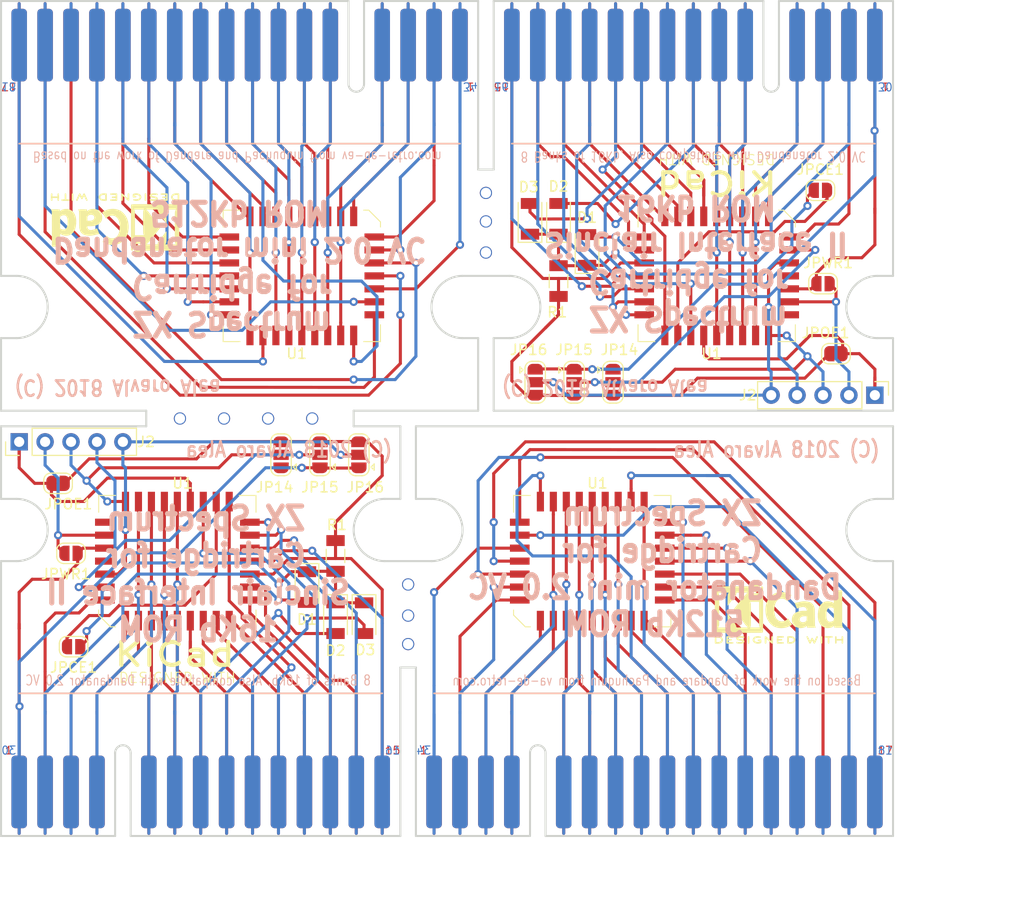
<source format=kicad_pcb>
(kicad_pcb (version 20171130) (host pcbnew 5.0.0-fee4fd1~65~ubuntu18.04.1)
  (layers (0 F.Cu signal) (31 B.Cu signal) (34 B.Paste user) (35 F.Paste user) (36 B.SilkS user hide) (37 F.SilkS user) (38 B.Mask user) (39 F.Mask user) (44 Edge.Cuts user))
  (net 0 "")
  (net 1 "Net-(D1-Pad1)")
  (net 2 "Net-(D1-Pad2)")
  (net 3 "Net-(D2-Pad2)")
  (net 4 "Net-(D3-Pad2)")
  (net 5 D3)
  (net 6 D4)
  (net 7 D5)
  (net 8 D6)
  (net 9 D7)
  (net 10 A10)
  (net 11 A11)
  (net 12 A9)
  (net 13 A8)
  (net 14 A13)
  (net 15 +5V)
  (net 16 GND)
  (net 17 D2)
  (net 18 D1)
  (net 19 D0)
  (net 20 A0)
  (net 21 A1)
  (net 22 A2)
  (net 23 A3)
  (net 24 A4)
  (net 25 A5)
  (net 26 A6)
  (net 27 A7)
  (net 28 A12)
  (net 29 A14)
  (net 30 A15)
  (net 31 A16)
  (net 32 "Net-(J2-Pad1)")
  (net 33 "Net-(J2-Pad2)")
  (net 34 "Net-(JPCE1-Pad1)")
  (net 35 "Net-(J1-Pad14)")
  (net 36 A17)
  (net 37 A18)
  (net 38 "Net-(J1-Pad32)")
  (net 39 "Net-(J1-Pad34)")
  (module SINCLAIR:CART_IF2_EDGE (layer F.Cu) (at 124.46 91.44)
    (fp_text reference J1 hide)
    (fp_text value cartridge_IF2 hide)
    (fp_line (start -10.16 4.064) (end -10.16 3.556) (layer F.Cu) (width 0.3))
    (fp_line (start -7.62 4.064) (end -7.62 3.556) (layer F.Cu) (width 0.3))
    (fp_line (start -5.08 4.064) (end -5.08 3.556) (layer F.Cu) (width 0.3))
    (fp_line (start -2.54 4.064) (end -2.54 3.556) (layer F.Cu) (width 0.3))
    (fp_line (start 2.54 4.064) (end 2.54 3.556) (layer F.Cu) (width 0.3))
    (fp_line (start 5.08 4.064) (end 5.08 3.556) (layer F.Cu) (width 0.3))
    (fp_line (start 7.62 4.064) (end 7.62 3.556) (layer F.Cu) (width 0.3))
    (fp_line (start 10.16 4.064) (end 10.16 3.556) (layer F.Cu) (width 0.3))
    (fp_line (start 12.7 4.064) (end 12.7 3.556) (layer F.Cu) (width 0.3))
    (fp_line (start 15.24 4.064) (end 15.24 3.556) (layer F.Cu) (width 0.3))
    (fp_line (start 17.78 4.064) (end 17.78 3.556) (layer F.Cu) (width 0.3))
    (fp_line (start 20.32 4.064) (end 20.32 3.556) (layer F.Cu) (width 0.3))
    (fp_line (start 22.86 4.064) (end 22.86 3.556) (layer F.Cu) (width 0.3))
    (fp_line (start 25.4 4.064) (end 25.4 3.556) (layer F.Cu) (width 0.3))
    (fp_line (start 25.4 4.064) (end 25.4 3.556) (layer B.Cu) (width 0.3))
    (fp_line (start 22.86 4.064) (end 22.86 3.556) (layer B.Cu) (width 0.3))
    (fp_line (start 20.32 4.064) (end 20.32 3.556) (layer B.Cu) (width 0.3))
    (fp_line (start 17.78 4.064) (end 17.78 3.556) (layer B.Cu) (width 0.3))
    (fp_line (start 15.24 4.064) (end 15.24 3.556) (layer B.Cu) (width 0.3))
    (fp_line (start 12.7 4.064) (end 12.7 3.556) (layer B.Cu) (width 0.3))
    (fp_line (start 10.16 4.064) (end 10.16 3.556) (layer B.Cu) (width 0.3))
    (fp_line (start 7.62 4.064) (end 7.62 3.556) (layer B.Cu) (width 0.3))
    (fp_line (start 5.08 4.064) (end 5.08 3.556) (layer B.Cu) (width 0.3))
    (fp_line (start 2.54 4.064) (end 2.54 3.556) (layer B.Cu) (width 0.3))
    (fp_line (start -2.54 4.064) (end -2.54 3.556) (layer B.Cu) (width 0.3))
    (fp_line (start -5.08 4.064) (end -5.08 3.556) (layer B.Cu) (width 0.3))
    (fp_line (start -7.62 4.064) (end -7.62 3.556) (layer B.Cu) (width 0.3))
    (fp_line (start -10.16 4.064) (end -10.16 3.556) (layer B.Cu) (width 0.3))
    (pad 1 connect roundrect (at -10.16 0) (size 1.524 7.112) (layers F.Cu) (net 15 +5V))
    (pad 3 connect roundrect (at -7.62 0) (size 1.524 7.112) (layers F.Cu) (net 28 A12))
    (pad 5 connect roundrect (at -5.08 0) (size 1.524 7.112) (layers F.Cu) (net 27 A7))
    (pad 7 connect roundrect (at -2.54 0) (size 1.524 7.112) (layers F.Cu) (net 26 A6))
    (pad 9 connect roundrect (at 2.54 0) (size 1.524 7.112) (layers F.Cu) (net 25 A5))
    (pad 11 connect roundrect (at 5.08 0) (size 1.524 7.112) (layers F.Cu) (net 24 A4))
    (pad 13 connect roundrect (at 7.62 0) (size 1.524 7.112) (layers F.Cu) (net 23 A3))
    (pad 15 connect roundrect (at 10.16 0) (size 1.524 7.112) (layers F.Cu) (net 22 A2))
    (pad 17 connect roundrect (at 12.7 0) (size 1.524 7.112) (layers F.Cu) (net 21 A1))
    (pad 19 connect roundrect (at 15.24 0) (size 1.524 7.112) (layers F.Cu) (net 20 A0))
    (pad 21 connect roundrect (at 17.78 0) (size 1.524 7.112) (layers F.Cu) (net 19 D0))
    (pad 23 connect roundrect (at 20.32 0) (size 1.524 7.112) (layers F.Cu) (net 18 D1))
    (pad 25 connect roundrect (at 22.86 0) (size 1.524 7.112) (layers F.Cu) (net 17 D2))
    (pad 27 connect roundrect (at 25.4 0) (size 1.524 7.112) (layers F.Cu) (net 16 GND))
    (pad 2 connect roundrect (at -10.16 0) (size 1.524 7.112) (layers B.Cu) (net 15 +5V))
    (pad 4 connect roundrect (at -7.62 0) (size 1.524 7.112) (layers B.Cu) (net 2 "Net-(D1-Pad2)"))
    (pad 6 connect roundrect (at -5.08 0) (size 1.524 7.112) (layers B.Cu) (net 14 A13))
    (pad 8 connect roundrect (at -2.54 0) (size 1.524 7.112) (layers B.Cu) (net 13 A8))
    (pad 10 connect roundrect (at 2.54 0) (size 1.524 7.112) (layers B.Cu) (net 12 A9))
    (pad 12 connect roundrect (at 5.08 0) (size 1.524 7.112) (layers B.Cu) (net 11 A11))
    (pad 14 connect roundrect (at 7.62 0) (size 1.524 7.112) (layers B.Cu) (net 3 "Net-(D2-Pad2)"))
    (pad 16 connect roundrect (at 10.16 0) (size 1.524 7.112) (layers B.Cu) (net 10 A10))
    (pad 18 connect roundrect (at 12.7 0) (size 1.524 7.112) (layers B.Cu) (net 4 "Net-(D3-Pad2)"))
    (pad 20 connect roundrect (at 15.24 0) (size 1.524 7.112) (layers B.Cu) (net 9 D7))
    (pad 22 connect roundrect (at 17.78 0) (size 1.524 7.112) (layers B.Cu) (net 8 D6))
    (pad 24 connect roundrect (at 20.32 0) (size 1.524 7.112) (layers B.Cu) (net 7 D5))
    (pad 26 connect roundrect (at 22.86 0) (size 1.524 7.112) (layers B.Cu) (net 6 D4))
    (pad 28 connect roundrect (at 25.4 0) (size 1.524 7.112) (layers B.Cu) (net 5 D3))
  )
  (module SINCLAIR:PLCC-32 (layer F.Cu) (at 129.794 68.834 90)
    (fp_text reference U1 (at 7.62 0.508 180) (layer F.SilkS))
    (fp_text value AM29F010B)
    (pad 29 smd rect (at 5.8305 -5.08 90) (size 1.925 0.7) (layers F.Cu F.Paste F.Mask) (net 29 A14))
    (pad 13 smd rect (at -5.8305 5.08 90) (size 1.925 0.7) (layers F.Cu F.Paste F.Mask) (net 19 D0))
    (pad 28 smd rect (at 5.8305 -3.81 90) (size 1.925 0.7) (layers F.Cu F.Paste F.Mask) (net 14 A13))
    (pad 27 smd rect (at 5.8305 -2.54 90) (size 1.925 0.7) (layers F.Cu F.Paste F.Mask) (net 13 A8))
    (pad 26 smd rect (at 5.8305 -1.27 90) (size 1.925 0.7) (layers F.Cu F.Paste F.Mask) (net 12 A9))
    (pad 25 smd rect (at 5.8305 0 90) (size 1.925 0.7) (layers F.Cu F.Paste F.Mask) (net 11 A11))
    (pad 24 smd rect (at 5.8305 1.27 90) (size 1.925 0.7) (layers F.Cu F.Paste F.Mask) (net 32 "Net-(J2-Pad1)"))
    (pad 23 smd rect (at 5.8305 2.54 90) (size 1.925 0.7) (layers F.Cu F.Paste F.Mask) (net 10 A10))
    (pad 22 smd rect (at 5.8305 3.81 90) (size 1.925 0.7) (layers F.Cu F.Paste F.Mask) (net 34 "Net-(JPCE1-Pad1)"))
    (pad 21 smd rect (at 5.8305 5.08 90) (size 1.925 0.7) (layers F.Cu F.Paste F.Mask) (net 9 D7))
    (pad 20 smd rect (at 3.81 7.1005 90) (size 0.7 1.925) (layers F.Cu F.Paste F.Mask) (net 8 D6))
    (pad 19 smd rect (at 2.54 7.1005 90) (size 0.7 1.925) (layers F.Cu F.Paste F.Mask) (net 7 D5))
    (pad 18 smd rect (at 1.27 7.1005 90) (size 0.7 1.925) (layers F.Cu F.Paste F.Mask) (net 6 D4))
    (pad 17 smd rect (at 0 7.1005 90) (size 0.7 1.925) (layers F.Cu F.Paste F.Mask) (net 5 D3))
    (pad 16 smd rect (at -1.27 7.1005 90) (size 0.7 1.925) (layers F.Cu F.Paste F.Mask) (net 16 GND))
    (pad 15 smd rect (at -2.54 7.1005 90) (size 0.7 1.925) (layers F.Cu F.Paste F.Mask) (net 17 D2))
    (pad 14 smd rect (at -3.81 7.1005 90) (size 0.7 1.925) (layers F.Cu F.Paste F.Mask) (net 18 D1))
    (pad 12 smd rect (at -5.8305 3.81 90) (size 1.925 0.7) (layers F.Cu F.Paste F.Mask) (net 20 A0))
    (pad 11 smd rect (at -5.8305 2.54 90) (size 1.925 0.7) (layers F.Cu F.Paste F.Mask) (net 21 A1))
    (pad 10 smd rect (at -5.8305 1.27 90) (size 1.925 0.7) (layers F.Cu F.Paste F.Mask) (net 22 A2))
    (pad 9 smd rect (at -5.8305 0 90) (size 1.925 0.7) (layers F.Cu F.Paste F.Mask) (net 23 A3))
    (pad 8 smd rect (at -5.8305 -1.27 90) (size 1.925 0.7) (layers F.Cu F.Paste F.Mask) (net 24 A4))
    (pad 7 smd rect (at -5.8305 -2.54 90) (size 1.925 0.7) (layers F.Cu F.Paste F.Mask) (net 25 A5))
    (pad 6 smd rect (at -5.8305 -3.81 90) (size 1.925 0.7) (layers F.Cu F.Paste F.Mask) (net 26 A6))
    (pad 5 smd rect (at -5.8305 -5.08 90) (size 1.925 0.7) (layers F.Cu F.Paste F.Mask) (net 27 A7))
    (pad 30 smd rect (at 3.81 -7.1005 90) (size 0.7 1.925) (layers F.Cu F.Paste F.Mask))
    (pad 31 smd rect (at 2.54 -7.1005 90) (size 0.7 1.925) (layers F.Cu F.Paste F.Mask) (net 33 "Net-(J2-Pad2)"))
    (pad 32 smd rect (at 1.27 -7.1005 90) (size 0.7 1.925) (layers F.Cu F.Paste F.Mask) (net 15 +5V))
    (pad 4 smd rect (at -3.81 -7.1005 90) (size 0.7 1.925) (layers F.Cu F.Paste F.Mask) (net 28 A12))
    (pad 3 smd rect (at -2.54 -7.1005 90) (size 0.7 1.925) (layers F.Cu F.Paste F.Mask) (net 30 A15))
    (pad 2 smd rect (at -1.27 -7.1005 90) (size 0.7 1.925) (layers F.Cu F.Paste F.Mask) (net 31 A16))
    (pad 1 smd rect (at 0 -7.1005 90) (size 0.7 1.925) (layers F.Cu F.Paste F.Mask))
  )
  (module Diode_SMD:D_1206_3216Metric (layer F.Cu) (at 142.494 71.374 270)
    (fp_text reference D1 (at 3.175 0) (layer F.SilkS))
    (fp_text value 1N4148)
    (pad 1 smd rect (at -1.505 0 270) (size 1.07 1.8) (layers F.Cu F.Paste F.Mask) (net 1 "Net-(D1-Pad1)"))
    (pad 2 smd rect (at 1.505 0 270) (size 1.07 1.8) (layers F.Cu F.Paste F.Mask) (net 2 "Net-(D1-Pad2)"))
  )
  (module Diode_SMD:D_1206_3216Metric (layer F.Cu) (at 145.288 74.422 270)
    (fp_text reference D2 (at 3.175 0) (layer F.SilkS))
    (fp_text value 1N4148)
    (pad 2 smd rect (at 1.505 0 270) (size 1.07 1.8) (layers F.Cu F.Paste F.Mask) (net 3 "Net-(D2-Pad2)"))
    (pad 1 smd rect (at -1.505 0 270) (size 1.07 1.8) (layers F.Cu F.Paste F.Mask) (net 1 "Net-(D1-Pad1)"))
  )
  (module Diode_SMD:D_1206_3216Metric (layer F.Cu) (at 148.082 74.422 270)
    (fp_text reference D3 (at 3.1115 -0.127 180) (layer F.SilkS))
    (fp_text value 1N4148)
    (pad 1 smd rect (at -1.505 0 270) (size 1.07 1.8) (layers F.Cu F.Paste F.Mask) (net 1 "Net-(D1-Pad1)"))
    (pad 2 smd rect (at 1.505 0 270) (size 1.07 1.8) (layers F.Cu F.Paste F.Mask) (net 4 "Net-(D3-Pad2)"))
  )
  (module Jumper:SolderJumper-3_P1.3mm_Open_RoundedPad1.0x1.5mm (layer F.Cu) (at 139.954 58.42 90)
    (fp_text reference JP14 (at -3.175 -0.635) (layer F.SilkS))
    (fp_text value S)
    (pad 3 smd rect (at 1 0 90) (size 0.5 1.5) (layers F.Cu F.Mask) (net 16 GND))
    (pad 3 smd roundrect (at 1.3 0 90) (size 1 1.5) (layers F.Cu F.Mask) (roundrect_rratio 0.5) (net 16 GND))
    (pad 2 smd rect (at 0 0 90) (size 1 1.5) (layers F.Cu F.Mask) (net 29 A14))
    (pad 1 smd rect (at -1 0 90) (size 0.5 1.5) (layers F.Cu F.Mask) (net 15 +5V))
    (pad 1 smd roundrect (at -1.3 0 90) (size 1 1.5) (layers F.Cu F.Mask) (roundrect_rratio 0.5) (net 15 +5V))
  )
  (module Jumper:SolderJumper-3_P1.3mm_Open_RoundedPad1.0x1.5mm (layer F.Cu) (at 143.764 58.42 90)
    (fp_text reference JP15 (at -3.175 0 180) (layer F.SilkS))
    (fp_text value S)
    (pad 1 smd roundrect (at -1.3 0 90) (size 1 1.5) (layers F.Cu F.Mask) (roundrect_rratio 0.5) (net 15 +5V))
    (pad 1 smd rect (at -1 0 90) (size 0.5 1.5) (layers F.Cu F.Mask) (net 15 +5V))
    (pad 2 smd rect (at 0 0 90) (size 1 1.5) (layers F.Cu F.Mask) (net 30 A15))
    (pad 3 smd roundrect (at 1.3 0 90) (size 1 1.5) (layers F.Cu F.Mask) (roundrect_rratio 0.5) (net 16 GND))
    (pad 3 smd rect (at 1 0 90) (size 0.5 1.5) (layers F.Cu F.Mask) (net 16 GND))
  )
  (module Jumper:SolderJumper-3_P1.3mm_Open_RoundedPad1.0x1.5mm (layer F.Cu) (at 147.574 58.42 90)
    (fp_text reference JP16 (at -3.175 0.635 180) (layer F.SilkS))
    (fp_text value S)
    (pad 1 smd roundrect (at -1.3 0 90) (size 1 1.5) (layers F.Cu F.Mask) (roundrect_rratio 0.5) (net 15 +5V))
    (pad 1 smd rect (at -1 0 90) (size 0.5 1.5) (layers F.Cu F.Mask) (net 15 +5V))
    (pad 2 smd rect (at 0 0 90) (size 1 1.5) (layers F.Cu F.Mask) (net 31 A16))
    (pad 3 smd roundrect (at 1.3 0 90) (size 1 1.5) (layers F.Cu F.Mask) (roundrect_rratio 0.5) (net 16 GND))
    (pad 3 smd rect (at 1 0 90) (size 0.5 1.5) (layers F.Cu F.Mask) (net 16 GND))
  )
  (module Resistor_SMD:R_1206_3216Metric (layer F.Cu) (at 145.288 68.326 90)
    (fp_text reference R1 (at 3.048 0.127 180) (layer F.SilkS))
    (fp_text value R)
    (pad 1 smd rect (at -1.505 0 90) (size 1.07 1.8) (layers F.Cu F.Paste F.Mask) (net 1 "Net-(D1-Pad1)"))
    (pad 2 smd rect (at 1.505 0 90) (size 1.07 1.8) (layers F.Cu F.Paste F.Mask) (net 16 GND))
  )
  (module Connector_PinHeader_2.54mm:PinHeader_1x05_P2.54mm_Vertical (layer F.Cu) (at 114.3 57.15 90)
    (fp_text reference J2 (at 0 12.446 180) (layer F.SilkS))
    (fp_text value Conn_01x05)
    (pad 1 thru_hole rect (at 0 0 90) (size 1.7 1.7) (drill 1) (layers *.Cu *.Mask) (net 32 "Net-(J2-Pad1)"))
    (pad 2 thru_hole oval (at 0 2.54 90) (size 1.7 1.7) (drill 1) (layers *.Cu *.Mask) (net 33 "Net-(J2-Pad2)"))
    (pad 3 thru_hole oval (at 0 5.08 90) (size 1.7 1.7) (drill 1) (layers *.Cu *.Mask) (net 29 A14))
    (pad 4 thru_hole oval (at 0 7.62 90) (size 1.7 1.7) (drill 1) (layers *.Cu *.Mask) (net 30 A15))
    (pad 5 thru_hole oval (at 0 10.16 90) (size 1.7 1.7) (drill 1) (layers *.Cu *.Mask) (net 31 A16))
  )
  (module Jumper:SolderJumper-2_P1.3mm_Open_RoundedPad1.0x1.5mm (layer F.Cu) (at 119.634 77.216)
    (fp_text reference JPCE1 (at 0 2.032) (layer F.SilkS))
    (fp_text value CE)
    (pad 1 smd custom (at -0.65 0) (size 1 0.5) (layers F.Cu F.Mask) (net 34 "Net-(JPCE1-Pad1)") (options (clearance outline) (anchor rect)) (primitives (gr_circle (center 0 0.25) (end 0.5 0.25) (width 0)) (gr_circle (center 0 -0.25) (end 0.5 -0.25) (width 0)) (gr_poly (pts (xy 0 -0.75) (xy 0.5 -0.75) (xy 0.5 0.75) (xy 0 0.75)) (width 0))))
    (pad 2 smd custom (at 0.65 0) (size 1 0.5) (layers F.Cu F.Mask) (net 1 "Net-(D1-Pad1)") (options (clearance outline) (anchor rect)) (primitives (gr_circle (center 0 0.25) (end 0.5 0.25) (width 0)) (gr_circle (center 0 -0.25) (end 0.5 -0.25) (width 0)) (gr_poly (pts (xy 0 -0.75) (xy -0.5 -0.75) (xy -0.5 0.75) (xy 0 0.75)) (width 0))))
  )
  (module Jumper:SolderJumper-2_P1.3mm_Open_RoundedPad1.0x1.5mm (layer F.Cu) (at 118.11 61.214)
    (fp_text reference JPOE1 (at 1.016 2.032) (layer F.SilkS))
    (fp_text value OE)
    (pad 2 smd custom (at 0.65 0) (size 1 0.5) (layers F.Cu F.Mask) (net 16 GND) (options (clearance outline) (anchor rect)) (primitives (gr_circle (center 0 0.25) (end 0.5 0.25) (width 0)) (gr_circle (center 0 -0.25) (end 0.5 -0.25) (width 0)) (gr_poly (pts (xy 0 -0.75) (xy -0.5 -0.75) (xy -0.5 0.75) (xy 0 0.75)) (width 0))))
    (pad 1 smd custom (at -0.65 0) (size 1 0.5) (layers F.Cu F.Mask) (net 32 "Net-(J2-Pad1)") (options (clearance outline) (anchor rect)) (primitives (gr_circle (center 0 0.25) (end 0.5 0.25) (width 0)) (gr_circle (center 0 -0.25) (end 0.5 -0.25) (width 0)) (gr_poly (pts (xy 0 -0.75) (xy 0.5 -0.75) (xy 0.5 0.75) (xy 0 0.75)) (width 0))))
  )
  (module Jumper:SolderJumper-2_P1.3mm_Open_RoundedPad1.0x1.5mm (layer F.Cu) (at 119.38 68.072 180)
    (fp_text reference JPWR1 (at 0.508 -2.032 180) (layer F.SilkS))
    (fp_text value WE)
    (pad 1 smd custom (at -0.65 0 180) (size 1 0.5) (layers F.Cu F.Mask) (net 15 +5V) (options (clearance outline) (anchor rect)) (primitives (gr_circle (center 0 0.25) (end 0.5 0.25) (width 0)) (gr_circle (center 0 -0.25) (end 0.5 -0.25) (width 0)) (gr_poly (pts (xy 0 -0.75) (xy 0.5 -0.75) (xy 0.5 0.75) (xy 0 0.75)) (width 0))))
    (pad 2 smd custom (at 0.65 0 180) (size 1 0.5) (layers F.Cu F.Mask) (net 33 "Net-(J2-Pad2)") (options (clearance outline) (anchor rect)) (primitives (gr_circle (center 0 0.25) (end 0.5 0.25) (width 0)) (gr_circle (center 0 -0.25) (end 0.5 -0.25) (width 0)) (gr_poly (pts (xy 0 -0.75) (xy -0.5 -0.75) (xy -0.5 0.75) (xy 0 0.75)) (width 0))))
  )
  (module SINCLAIR:PLCC-32 (layer F.Cu) (at 170.434 68.834 90)
    (fp_text reference U1 (at 7.62 0.508 180) (layer F.SilkS))
    (fp_text value AM29F010B)
    (pad 29 smd rect (at 5.8305 -5.08 90) (size 1.925 0.7) (layers F.Cu F.Paste F.Mask) (net 29 A14))
    (pad 13 smd rect (at -5.8305 5.08 90) (size 1.925 0.7) (layers F.Cu F.Paste F.Mask) (net 19 D0))
    (pad 28 smd rect (at 5.8305 -3.81 90) (size 1.925 0.7) (layers F.Cu F.Paste F.Mask) (net 14 A13))
    (pad 27 smd rect (at 5.8305 -2.54 90) (size 1.925 0.7) (layers F.Cu F.Paste F.Mask) (net 13 A8))
    (pad 26 smd rect (at 5.8305 -1.27 90) (size 1.925 0.7) (layers F.Cu F.Paste F.Mask) (net 12 A9))
    (pad 25 smd rect (at 5.8305 0 90) (size 1.925 0.7) (layers F.Cu F.Paste F.Mask) (net 11 A11))
    (pad 24 smd rect (at 5.8305 1.27 90) (size 1.925 0.7) (layers F.Cu F.Paste F.Mask) (net 35 "Net-(J1-Pad14)"))
    (pad 23 smd rect (at 5.8305 2.54 90) (size 1.925 0.7) (layers F.Cu F.Paste F.Mask) (net 10 A10))
    (pad 22 smd rect (at 5.8305 3.81 90) (size 1.925 0.7) (layers F.Cu F.Paste F.Mask) (net 39 "Net-(J1-Pad34)"))
    (pad 21 smd rect (at 5.8305 5.08 90) (size 1.925 0.7) (layers F.Cu F.Paste F.Mask) (net 9 D7))
    (pad 20 smd rect (at 3.81 7.1005 90) (size 0.7 1.925) (layers F.Cu F.Paste F.Mask) (net 8 D6))
    (pad 19 smd rect (at 2.54 7.1005 90) (size 0.7 1.925) (layers F.Cu F.Paste F.Mask) (net 7 D5))
    (pad 18 smd rect (at 1.27 7.1005 90) (size 0.7 1.925) (layers F.Cu F.Paste F.Mask) (net 6 D4))
    (pad 17 smd rect (at 0 7.1005 90) (size 0.7 1.925) (layers F.Cu F.Paste F.Mask) (net 5 D3))
    (pad 16 smd rect (at -1.27 7.1005 90) (size 0.7 1.925) (layers F.Cu F.Paste F.Mask) (net 16 GND))
    (pad 15 smd rect (at -2.54 7.1005 90) (size 0.7 1.925) (layers F.Cu F.Paste F.Mask) (net 17 D2))
    (pad 14 smd rect (at -3.81 7.1005 90) (size 0.7 1.925) (layers F.Cu F.Paste F.Mask) (net 18 D1))
    (pad 12 smd rect (at -5.8305 3.81 90) (size 1.925 0.7) (layers F.Cu F.Paste F.Mask) (net 20 A0))
    (pad 11 smd rect (at -5.8305 2.54 90) (size 1.925 0.7) (layers F.Cu F.Paste F.Mask) (net 21 A1))
    (pad 10 smd rect (at -5.8305 1.27 90) (size 1.925 0.7) (layers F.Cu F.Paste F.Mask) (net 22 A2))
    (pad 9 smd rect (at -5.8305 0 90) (size 1.925 0.7) (layers F.Cu F.Paste F.Mask) (net 23 A3))
    (pad 8 smd rect (at -5.8305 -1.27 90) (size 1.925 0.7) (layers F.Cu F.Paste F.Mask) (net 24 A4))
    (pad 7 smd rect (at -5.8305 -2.54 90) (size 1.925 0.7) (layers F.Cu F.Paste F.Mask) (net 25 A5))
    (pad 6 smd rect (at -5.8305 -3.81 90) (size 1.925 0.7) (layers F.Cu F.Paste F.Mask) (net 26 A6))
    (pad 5 smd rect (at -5.8305 -5.08 90) (size 1.925 0.7) (layers F.Cu F.Paste F.Mask) (net 27 A7))
    (pad 30 smd rect (at 3.81 -7.1005 90) (size 0.7 1.925) (layers F.Cu F.Paste F.Mask) (net 36 A17))
    (pad 31 smd rect (at 2.54 -7.1005 90) (size 0.7 1.925) (layers F.Cu F.Paste F.Mask) (net 38 "Net-(J1-Pad32)"))
    (pad 32 smd rect (at 1.27 -7.1005 90) (size 0.7 1.925) (layers F.Cu F.Paste F.Mask) (net 15 +5V))
    (pad 4 smd rect (at -3.81 -7.1005 90) (size 0.7 1.925) (layers F.Cu F.Paste F.Mask) (net 28 A12))
    (pad 3 smd rect (at -2.54 -7.1005 90) (size 0.7 1.925) (layers F.Cu F.Paste F.Mask) (net 30 A15))
    (pad 2 smd rect (at -1.27 -7.1005 90) (size 0.7 1.925) (layers F.Cu F.Paste F.Mask) (net 31 A16))
    (pad 1 smd rect (at 0 -7.1005 90) (size 0.7 1.925) (layers F.Cu F.Paste F.Mask) (net 37 A18))
  )
  (module SINCLAIR:CART_DANDANATOR_EDGE (layer F.Cu) (at 165.1 91.44)
    (fp_text reference J1 hide)
    (fp_text value cartridge_IF2 hide)
    (fp_line (start -10.16 4.064) (end -10.16 3.556) (layer B.Cu) (width 0.3))
    (fp_line (start -7.62 4.064) (end -7.62 3.556) (layer B.Cu) (width 0.3))
    (fp_line (start -5.08 4.064) (end -5.08 3.556) (layer B.Cu) (width 0.3))
    (fp_line (start -2.54 4.064) (end -2.54 3.556) (layer B.Cu) (width 0.3))
    (fp_line (start 2.54 4.064) (end 2.54 3.556) (layer B.Cu) (width 0.3))
    (fp_line (start 5.08 4.064) (end 5.08 3.556) (layer B.Cu) (width 0.3))
    (fp_line (start 7.62 4.064) (end 7.62 3.556) (layer B.Cu) (width 0.3))
    (fp_line (start 10.16 4.064) (end 10.16 3.556) (layer B.Cu) (width 0.3))
    (fp_line (start 12.7 4.064) (end 12.7 3.556) (layer B.Cu) (width 0.3))
    (fp_line (start 15.24 4.064) (end 15.24 3.556) (layer B.Cu) (width 0.3))
    (fp_line (start 17.78 4.064) (end 17.78 3.556) (layer B.Cu) (width 0.3))
    (fp_line (start 20.32 4.064) (end 20.32 3.556) (layer B.Cu) (width 0.3))
    (fp_line (start 22.86 4.064) (end 22.86 3.556) (layer B.Cu) (width 0.3))
    (fp_line (start 25.4 4.064) (end 25.4 3.556) (layer B.Cu) (width 0.3))
    (fp_line (start 25.4 4.064) (end 25.4 3.556) (layer F.Cu) (width 0.3))
    (fp_line (start 22.86 4.064) (end 22.86 3.556) (layer F.Cu) (width 0.3))
    (fp_line (start 20.32 4.064) (end 20.32 3.556) (layer F.Cu) (width 0.3))
    (fp_line (start 17.78 4.064) (end 17.78 3.556) (layer F.Cu) (width 0.3))
    (fp_line (start 15.24 4.064) (end 15.24 3.556) (layer F.Cu) (width 0.3))
    (fp_line (start 12.7 4.064) (end 12.7 3.556) (layer F.Cu) (width 0.3))
    (fp_line (start 10.16 4.064) (end 10.16 3.556) (layer F.Cu) (width 0.3))
    (fp_line (start 7.62 4.064) (end 7.62 3.556) (layer F.Cu) (width 0.3))
    (fp_line (start 5.08 4.064) (end 5.08 3.556) (layer F.Cu) (width 0.3))
    (fp_line (start 2.54 4.064) (end 2.54 3.556) (layer F.Cu) (width 0.3))
    (fp_line (start -2.54 4.064) (end -2.54 3.556) (layer F.Cu) (width 0.3))
    (fp_line (start -5.08 4.064) (end -5.08 3.556) (layer F.Cu) (width 0.3))
    (fp_line (start -7.62 4.064) (end -7.62 3.556) (layer F.Cu) (width 0.3))
    (fp_line (start -10.16 4.064) (end -10.16 3.556) (layer F.Cu) (width 0.3))
    (fp_line (start 27.94 4.064) (end 27.94 3.556) (layer F.Cu) (width 0.3))
    (fp_line (start 30.48 4.064) (end 30.48 3.556) (layer F.Cu) (width 0.3))
    (fp_line (start 33.02 4.064) (end 33.02 3.556) (layer F.Cu) (width 0.3))
    (fp_line (start 27.94 4.064) (end 27.94 3.556) (layer B.Cu) (width 0.3))
    (fp_line (start 30.48 4.064) (end 30.48 3.556) (layer B.Cu) (width 0.3))
    (fp_line (start 33.02 4.064) (end 33.02 3.556) (layer B.Cu) (width 0.3))
    (pad 28 connect roundrect (at 25.4 0) (size 1.524 7.112) (layers B.Cu) (net 5 D3))
    (pad 26 connect roundrect (at 22.86 0) (size 1.524 7.112) (layers B.Cu) (net 6 D4))
    (pad 24 connect roundrect (at 20.32 0) (size 1.524 7.112) (layers B.Cu) (net 7 D5))
    (pad 22 connect roundrect (at 17.78 0) (size 1.524 7.112) (layers B.Cu) (net 8 D6))
    (pad 20 connect roundrect (at 15.24 0) (size 1.524 7.112) (layers B.Cu) (net 9 D7))
    (pad 18 connect roundrect (at 12.7 0) (size 1.524 7.112) (layers B.Cu) (net 29 A14))
    (pad 16 connect roundrect (at 10.16 0) (size 1.524 7.112) (layers B.Cu) (net 10 A10))
    (pad 14 connect roundrect (at 7.62 0) (size 1.524 7.112) (layers B.Cu) (net 35 "Net-(J1-Pad14)"))
    (pad 12 connect roundrect (at 5.08 0) (size 1.524 7.112) (layers B.Cu) (net 11 A11))
    (pad 10 connect roundrect (at 2.54 0) (size 1.524 7.112) (layers B.Cu) (net 12 A9))
    (pad 8 connect roundrect (at -2.54 0) (size 1.524 7.112) (layers B.Cu) (net 13 A8))
    (pad 6 connect roundrect (at -5.08 0) (size 1.524 7.112) (layers B.Cu) (net 14 A13))
    (pad 4 connect roundrect (at -7.62 0) (size 1.524 7.112) (layers B.Cu) (net 30 A15))
    (pad 2 connect roundrect (at -10.16 0) (size 1.524 7.112) (layers B.Cu) (net 15 +5V))
    (pad 27 connect roundrect (at 25.4 0) (size 1.524 7.112) (layers F.Cu) (net 16 GND))
    (pad 25 connect roundrect (at 22.86 0) (size 1.524 7.112) (layers F.Cu) (net 17 D2))
    (pad 23 connect roundrect (at 20.32 0) (size 1.524 7.112) (layers F.Cu) (net 18 D1))
    (pad 21 connect roundrect (at 17.78 0) (size 1.524 7.112) (layers F.Cu) (net 19 D0))
    (pad 19 connect roundrect (at 15.24 0) (size 1.524 7.112) (layers F.Cu) (net 20 A0))
    (pad 17 connect roundrect (at 12.7 0) (size 1.524 7.112) (layers F.Cu) (net 21 A1))
    (pad 15 connect roundrect (at 10.16 0) (size 1.524 7.112) (layers F.Cu) (net 22 A2))
    (pad 13 connect roundrect (at 7.62 0) (size 1.524 7.112) (layers F.Cu) (net 23 A3))
    (pad 11 connect roundrect (at 5.08 0) (size 1.524 7.112) (layers F.Cu) (net 24 A4))
    (pad 9 connect roundrect (at 2.54 0) (size 1.524 7.112) (layers F.Cu) (net 25 A5))
    (pad 7 connect roundrect (at -2.54 0) (size 1.524 7.112) (layers F.Cu) (net 26 A6))
    (pad 5 connect roundrect (at -5.08 0) (size 1.524 7.112) (layers F.Cu) (net 27 A7))
    (pad 3 connect roundrect (at -7.62 0) (size 1.524 7.112) (layers F.Cu) (net 28 A12))
    (pad 1 connect roundrect (at -10.16 0) (size 1.524 7.112) (layers F.Cu))
    (pad 29 connect roundrect (at 27.94 0) (size 1.524 7.112) (layers F.Cu) (net 31 A16))
    (pad 31 connect roundrect (at 30.48 0) (size 1.524 7.112) (layers F.Cu) (net 36 A17))
    (pad 33 connect roundrect (at 33.02 0) (size 1.524 7.112) (layers F.Cu) (net 37 A18))
    (pad 30 connect roundrect (at 27.94 0) (size 1.524 7.112) (layers B.Cu))
    (pad 32 connect roundrect (at 30.48 0) (size 1.524 7.112) (layers B.Cu) (net 38 "Net-(J1-Pad32)"))
    (pad 34 connect roundrect (at 33.02 0) (size 1.524 7.112) (layers B.Cu) (net 39 "Net-(J1-Pad34)"))
  )
  (module Symbols:KiCad-Logo2_6mm_SilkScreen (layer F.Cu) (at 188.722 73.914)
    (fp_text reference REF*** hide)
    (fp_text value KiCad-Logo2_6mm_SilkScreen hide)
  )
  (module SINCLAIR:CART_IF2_EDGE (layer F.Cu) (at 187.96 18.288 180)
    (fp_text reference J1 hide)
    (fp_text value cartridge_IF2 hide)
    (fp_line (start -10.16 4.064) (end -10.16 3.556) (layer F.Cu) (width 0.3))
    (fp_line (start -7.62 4.064) (end -7.62 3.556) (layer F.Cu) (width 0.3))
    (fp_line (start -5.08 4.064) (end -5.08 3.556) (layer F.Cu) (width 0.3))
    (fp_line (start -2.54 4.064) (end -2.54 3.556) (layer F.Cu) (width 0.3))
    (fp_line (start 2.54 4.064) (end 2.54 3.556) (layer F.Cu) (width 0.3))
    (fp_line (start 5.08 4.064) (end 5.08 3.556) (layer F.Cu) (width 0.3))
    (fp_line (start 7.62 4.064) (end 7.62 3.556) (layer F.Cu) (width 0.3))
    (fp_line (start 10.16 4.064) (end 10.16 3.556) (layer F.Cu) (width 0.3))
    (fp_line (start 12.7 4.064) (end 12.7 3.556) (layer F.Cu) (width 0.3))
    (fp_line (start 15.24 4.064) (end 15.24 3.556) (layer F.Cu) (width 0.3))
    (fp_line (start 17.78 4.064) (end 17.78 3.556) (layer F.Cu) (width 0.3))
    (fp_line (start 20.32 4.064) (end 20.32 3.556) (layer F.Cu) (width 0.3))
    (fp_line (start 22.86 4.064) (end 22.86 3.556) (layer F.Cu) (width 0.3))
    (fp_line (start 25.4 4.064) (end 25.4 3.556) (layer F.Cu) (width 0.3))
    (fp_line (start 25.4 4.064) (end 25.4 3.556) (layer B.Cu) (width 0.3))
    (fp_line (start 22.86 4.064) (end 22.86 3.556) (layer B.Cu) (width 0.3))
    (fp_line (start 20.32 4.064) (end 20.32 3.556) (layer B.Cu) (width 0.3))
    (fp_line (start 17.78 4.064) (end 17.78 3.556) (layer B.Cu) (width 0.3))
    (fp_line (start 15.24 4.064) (end 15.24 3.556) (layer B.Cu) (width 0.3))
    (fp_line (start 12.7 4.064) (end 12.7 3.556) (layer B.Cu) (width 0.3))
    (fp_line (start 10.16 4.064) (end 10.16 3.556) (layer B.Cu) (width 0.3))
    (fp_line (start 7.62 4.064) (end 7.62 3.556) (layer B.Cu) (width 0.3))
    (fp_line (start 5.08 4.064) (end 5.08 3.556) (layer B.Cu) (width 0.3))
    (fp_line (start 2.54 4.064) (end 2.54 3.556) (layer B.Cu) (width 0.3))
    (fp_line (start -2.54 4.064) (end -2.54 3.556) (layer B.Cu) (width 0.3))
    (fp_line (start -5.08 4.064) (end -5.08 3.556) (layer B.Cu) (width 0.3))
    (fp_line (start -7.62 4.064) (end -7.62 3.556) (layer B.Cu) (width 0.3))
    (fp_line (start -10.16 4.064) (end -10.16 3.556) (layer B.Cu) (width 0.3))
    (pad 1 connect roundrect (at -10.16 0 180) (size 1.524 7.112) (layers F.Cu) (net 15 +5V))
    (pad 3 connect roundrect (at -7.62 0 180) (size 1.524 7.112) (layers F.Cu) (net 28 A12))
    (pad 5 connect roundrect (at -5.08 0 180) (size 1.524 7.112) (layers F.Cu) (net 27 A7))
    (pad 7 connect roundrect (at -2.54 0 180) (size 1.524 7.112) (layers F.Cu) (net 26 A6))
    (pad 9 connect roundrect (at 2.54 0 180) (size 1.524 7.112) (layers F.Cu) (net 25 A5))
    (pad 11 connect roundrect (at 5.08 0 180) (size 1.524 7.112) (layers F.Cu) (net 24 A4))
    (pad 13 connect roundrect (at 7.62 0 180) (size 1.524 7.112) (layers F.Cu) (net 23 A3))
    (pad 15 connect roundrect (at 10.16 0 180) (size 1.524 7.112) (layers F.Cu) (net 22 A2))
    (pad 17 connect roundrect (at 12.7 0 180) (size 1.524 7.112) (layers F.Cu) (net 21 A1))
    (pad 19 connect roundrect (at 15.24 0 180) (size 1.524 7.112) (layers F.Cu) (net 20 A0))
    (pad 21 connect roundrect (at 17.78 0 180) (size 1.524 7.112) (layers F.Cu) (net 19 D0))
    (pad 23 connect roundrect (at 20.32 0 180) (size 1.524 7.112) (layers F.Cu) (net 18 D1))
    (pad 25 connect roundrect (at 22.86 0 180) (size 1.524 7.112) (layers F.Cu) (net 17 D2))
    (pad 27 connect roundrect (at 25.4 0 180) (size 1.524 7.112) (layers F.Cu) (net 16 GND))
    (pad 2 connect roundrect (at -10.16 0 180) (size 1.524 7.112) (layers B.Cu) (net 15 +5V))
    (pad 4 connect roundrect (at -7.62 0 180) (size 1.524 7.112) (layers B.Cu) (net 2 "Net-(D1-Pad2)"))
    (pad 6 connect roundrect (at -5.08 0 180) (size 1.524 7.112) (layers B.Cu) (net 14 A13))
    (pad 8 connect roundrect (at -2.54 0 180) (size 1.524 7.112) (layers B.Cu) (net 13 A8))
    (pad 10 connect roundrect (at 2.54 0 180) (size 1.524 7.112) (layers B.Cu) (net 12 A9))
    (pad 12 connect roundrect (at 5.08 0 180) (size 1.524 7.112) (layers B.Cu) (net 11 A11))
    (pad 14 connect roundrect (at 7.62 0 180) (size 1.524 7.112) (layers B.Cu) (net 3 "Net-(D2-Pad2)"))
    (pad 16 connect roundrect (at 10.16 0 180) (size 1.524 7.112) (layers B.Cu) (net 10 A10))
    (pad 18 connect roundrect (at 12.7 0 180) (size 1.524 7.112) (layers B.Cu) (net 4 "Net-(D3-Pad2)"))
    (pad 20 connect roundrect (at 15.24 0 180) (size 1.524 7.112) (layers B.Cu) (net 9 D7))
    (pad 22 connect roundrect (at 17.78 0 180) (size 1.524 7.112) (layers B.Cu) (net 8 D6))
    (pad 24 connect roundrect (at 20.32 0 180) (size 1.524 7.112) (layers B.Cu) (net 7 D5))
    (pad 26 connect roundrect (at 22.86 0 180) (size 1.524 7.112) (layers B.Cu) (net 6 D4))
    (pad 28 connect roundrect (at 25.4 0 180) (size 1.524 7.112) (layers B.Cu) (net 5 D3))
  )
  (module SINCLAIR:PLCC-32 (layer F.Cu) (at 182.626 40.894 270)
    (fp_text reference U1 (at 7.62 0.508) (layer F.SilkS))
    (fp_text value AM29F010B)
    (pad 29 smd rect (at 5.8305 -5.08 270) (size 1.925 0.7) (layers F.Cu F.Paste F.Mask) (net 29 A14))
    (pad 13 smd rect (at -5.8305 5.08 270) (size 1.925 0.7) (layers F.Cu F.Paste F.Mask) (net 19 D0))
    (pad 28 smd rect (at 5.8305 -3.81 270) (size 1.925 0.7) (layers F.Cu F.Paste F.Mask) (net 14 A13))
    (pad 27 smd rect (at 5.8305 -2.54 270) (size 1.925 0.7) (layers F.Cu F.Paste F.Mask) (net 13 A8))
    (pad 26 smd rect (at 5.8305 -1.27 270) (size 1.925 0.7) (layers F.Cu F.Paste F.Mask) (net 12 A9))
    (pad 25 smd rect (at 5.8305 0 270) (size 1.925 0.7) (layers F.Cu F.Paste F.Mask) (net 11 A11))
    (pad 24 smd rect (at 5.8305 1.27 270) (size 1.925 0.7) (layers F.Cu F.Paste F.Mask) (net 32 "Net-(J2-Pad1)"))
    (pad 23 smd rect (at 5.8305 2.54 270) (size 1.925 0.7) (layers F.Cu F.Paste F.Mask) (net 10 A10))
    (pad 22 smd rect (at 5.8305 3.81 270) (size 1.925 0.7) (layers F.Cu F.Paste F.Mask) (net 34 "Net-(JPCE1-Pad1)"))
    (pad 21 smd rect (at 5.8305 5.08 270) (size 1.925 0.7) (layers F.Cu F.Paste F.Mask) (net 9 D7))
    (pad 20 smd rect (at 3.81 7.1005 270) (size 0.7 1.925) (layers F.Cu F.Paste F.Mask) (net 8 D6))
    (pad 19 smd rect (at 2.54 7.1005 270) (size 0.7 1.925) (layers F.Cu F.Paste F.Mask) (net 7 D5))
    (pad 18 smd rect (at 1.27 7.1005 270) (size 0.7 1.925) (layers F.Cu F.Paste F.Mask) (net 6 D4))
    (pad 17 smd rect (at 0 7.1005 270) (size 0.7 1.925) (layers F.Cu F.Paste F.Mask) (net 5 D3))
    (pad 16 smd rect (at -1.27 7.1005 270) (size 0.7 1.925) (layers F.Cu F.Paste F.Mask) (net 16 GND))
    (pad 15 smd rect (at -2.54 7.1005 270) (size 0.7 1.925) (layers F.Cu F.Paste F.Mask) (net 17 D2))
    (pad 14 smd rect (at -3.81 7.1005 270) (size 0.7 1.925) (layers F.Cu F.Paste F.Mask) (net 18 D1))
    (pad 12 smd rect (at -5.8305 3.81 270) (size 1.925 0.7) (layers F.Cu F.Paste F.Mask) (net 20 A0))
    (pad 11 smd rect (at -5.8305 2.54 270) (size 1.925 0.7) (layers F.Cu F.Paste F.Mask) (net 21 A1))
    (pad 10 smd rect (at -5.8305 1.27 270) (size 1.925 0.7) (layers F.Cu F.Paste F.Mask) (net 22 A2))
    (pad 9 smd rect (at -5.8305 0 270) (size 1.925 0.7) (layers F.Cu F.Paste F.Mask) (net 23 A3))
    (pad 8 smd rect (at -5.8305 -1.27 270) (size 1.925 0.7) (layers F.Cu F.Paste F.Mask) (net 24 A4))
    (pad 7 smd rect (at -5.8305 -2.54 270) (size 1.925 0.7) (layers F.Cu F.Paste F.Mask) (net 25 A5))
    (pad 6 smd rect (at -5.8305 -3.81 270) (size 1.925 0.7) (layers F.Cu F.Paste F.Mask) (net 26 A6))
    (pad 5 smd rect (at -5.8305 -5.08 270) (size 1.925 0.7) (layers F.Cu F.Paste F.Mask) (net 27 A7))
    (pad 30 smd rect (at 3.81 -7.1005 270) (size 0.7 1.925) (layers F.Cu F.Paste F.Mask))
    (pad 31 smd rect (at 2.54 -7.1005 270) (size 0.7 1.925) (layers F.Cu F.Paste F.Mask) (net 33 "Net-(J2-Pad2)"))
    (pad 32 smd rect (at 1.27 -7.1005 270) (size 0.7 1.925) (layers F.Cu F.Paste F.Mask) (net 15 +5V))
    (pad 4 smd rect (at -3.81 -7.1005 270) (size 0.7 1.925) (layers F.Cu F.Paste F.Mask) (net 28 A12))
    (pad 3 smd rect (at -2.54 -7.1005 270) (size 0.7 1.925) (layers F.Cu F.Paste F.Mask) (net 30 A15))
    (pad 2 smd rect (at -1.27 -7.1005 270) (size 0.7 1.925) (layers F.Cu F.Paste F.Mask) (net 31 A16))
    (pad 1 smd rect (at 0 -7.1005 270) (size 0.7 1.925) (layers F.Cu F.Paste F.Mask))
  )
  (module Diode_SMD:D_1206_3216Metric (layer F.Cu) (at 169.926 38.354 90)
    (fp_text reference D1 (at 3.175 0 -180) (layer F.SilkS))
    (fp_text value 1N4148)
    (pad 1 smd rect (at -1.505 0 90) (size 1.07 1.8) (layers F.Cu F.Paste F.Mask) (net 1 "Net-(D1-Pad1)"))
    (pad 2 smd rect (at 1.505 0 90) (size 1.07 1.8) (layers F.Cu F.Paste F.Mask) (net 2 "Net-(D1-Pad2)"))
  )
  (module Diode_SMD:D_1206_3216Metric (layer F.Cu) (at 167.132 35.306 90)
    (fp_text reference D2 (at 3.175 0 -180) (layer F.SilkS))
    (fp_text value 1N4148)
    (pad 2 smd rect (at 1.505 0 90) (size 1.07 1.8) (layers F.Cu F.Paste F.Mask) (net 3 "Net-(D2-Pad2)"))
    (pad 1 smd rect (at -1.505 0 90) (size 1.07 1.8) (layers F.Cu F.Paste F.Mask) (net 1 "Net-(D1-Pad1)"))
  )
  (module Diode_SMD:D_1206_3216Metric (layer F.Cu) (at 164.338 35.306 90)
    (fp_text reference D3 (at 3.1115 -0.127) (layer F.SilkS))
    (fp_text value 1N4148)
    (pad 1 smd rect (at -1.505 0 90) (size 1.07 1.8) (layers F.Cu F.Paste F.Mask) (net 1 "Net-(D1-Pad1)"))
    (pad 2 smd rect (at 1.505 0 90) (size 1.07 1.8) (layers F.Cu F.Paste F.Mask) (net 4 "Net-(D3-Pad2)"))
  )
  (module Jumper:SolderJumper-3_P1.3mm_Open_RoundedPad1.0x1.5mm (layer F.Cu) (at 172.466 51.308 270)
    (fp_text reference JP14 (at -3.175 -0.635 180) (layer F.SilkS))
    (fp_text value S)
    (pad 3 smd rect (at 1 0 270) (size 0.5 1.5) (layers F.Cu F.Mask) (net 16 GND))
    (pad 3 smd roundrect (at 1.3 0 270) (size 1 1.5) (layers F.Cu F.Mask) (roundrect_rratio 0.5) (net 16 GND))
    (pad 2 smd rect (at 0 0 270) (size 1 1.5) (layers F.Cu F.Mask) (net 29 A14))
    (pad 1 smd rect (at -1 0 270) (size 0.5 1.5) (layers F.Cu F.Mask) (net 15 +5V))
    (pad 1 smd roundrect (at -1.3 0 270) (size 1 1.5) (layers F.Cu F.Mask) (roundrect_rratio 0.5) (net 15 +5V))
  )
  (module Jumper:SolderJumper-3_P1.3mm_Open_RoundedPad1.0x1.5mm (layer F.Cu) (at 168.656 51.308 270)
    (fp_text reference JP15 (at -3.175 0) (layer F.SilkS))
    (fp_text value S)
    (pad 1 smd roundrect (at -1.3 0 270) (size 1 1.5) (layers F.Cu F.Mask) (roundrect_rratio 0.5) (net 15 +5V))
    (pad 1 smd rect (at -1 0 270) (size 0.5 1.5) (layers F.Cu F.Mask) (net 15 +5V))
    (pad 2 smd rect (at 0 0 270) (size 1 1.5) (layers F.Cu F.Mask) (net 30 A15))
    (pad 3 smd roundrect (at 1.3 0 270) (size 1 1.5) (layers F.Cu F.Mask) (roundrect_rratio 0.5) (net 16 GND))
    (pad 3 smd rect (at 1 0 270) (size 0.5 1.5) (layers F.Cu F.Mask) (net 16 GND))
  )
  (module Jumper:SolderJumper-3_P1.3mm_Open_RoundedPad1.0x1.5mm (layer F.Cu) (at 164.846 51.308 270)
    (fp_text reference JP16 (at -3.175 0.635) (layer F.SilkS))
    (fp_text value S)
    (pad 1 smd roundrect (at -1.3 0 270) (size 1 1.5) (layers F.Cu F.Mask) (roundrect_rratio 0.5) (net 15 +5V))
    (pad 1 smd rect (at -1 0 270) (size 0.5 1.5) (layers F.Cu F.Mask) (net 15 +5V))
    (pad 2 smd rect (at 0 0 270) (size 1 1.5) (layers F.Cu F.Mask) (net 31 A16))
    (pad 3 smd roundrect (at 1.3 0 270) (size 1 1.5) (layers F.Cu F.Mask) (roundrect_rratio 0.5) (net 16 GND))
    (pad 3 smd rect (at 1 0 270) (size 0.5 1.5) (layers F.Cu F.Mask) (net 16 GND))
  )
  (module Resistor_SMD:R_1206_3216Metric (layer F.Cu) (at 167.132 41.402 270)
    (fp_text reference R1 (at 3.048 0.127) (layer F.SilkS))
    (fp_text value R)
    (pad 1 smd rect (at -1.505 0 270) (size 1.07 1.8) (layers F.Cu F.Paste F.Mask) (net 1 "Net-(D1-Pad1)"))
    (pad 2 smd rect (at 1.505 0 270) (size 1.07 1.8) (layers F.Cu F.Paste F.Mask) (net 16 GND))
  )
  (module Connector_PinHeader_2.54mm:PinHeader_1x05_P2.54mm_Vertical (layer F.Cu) (at 198.12 52.578 270)
    (fp_text reference J2 (at 0 12.446) (layer F.SilkS))
    (fp_text value Conn_01x05)
    (pad 1 thru_hole rect (at 0 0 270) (size 1.7 1.7) (drill 1) (layers *.Cu *.Mask) (net 32 "Net-(J2-Pad1)"))
    (pad 2 thru_hole oval (at 0 2.54 270) (size 1.7 1.7) (drill 1) (layers *.Cu *.Mask) (net 33 "Net-(J2-Pad2)"))
    (pad 3 thru_hole oval (at 0 5.08 270) (size 1.7 1.7) (drill 1) (layers *.Cu *.Mask) (net 29 A14))
    (pad 4 thru_hole oval (at 0 7.62 270) (size 1.7 1.7) (drill 1) (layers *.Cu *.Mask) (net 30 A15))
    (pad 5 thru_hole oval (at 0 10.16 270) (size 1.7 1.7) (drill 1) (layers *.Cu *.Mask) (net 31 A16))
  )
  (module Jumper:SolderJumper-2_P1.3mm_Open_RoundedPad1.0x1.5mm (layer F.Cu) (at 192.786 32.512 180)
    (fp_text reference JPCE1 (at 0 2.032 180) (layer F.SilkS))
    (fp_text value CE)
    (pad 1 smd custom (at -0.65 0 180) (size 1 0.5) (layers F.Cu F.Mask) (net 34 "Net-(JPCE1-Pad1)") (options (clearance outline) (anchor rect)) (primitives (gr_circle (center 0 0.25) (end 0.5 0.25) (width 0)) (gr_circle (center 0 -0.25) (end 0.5 -0.25) (width 0)) (gr_poly (pts (xy 0 -0.75) (xy 0.5 -0.75) (xy 0.5 0.75) (xy 0 0.75)) (width 0))))
    (pad 2 smd custom (at 0.65 0 180) (size 1 0.5) (layers F.Cu F.Mask) (net 1 "Net-(D1-Pad1)") (options (clearance outline) (anchor rect)) (primitives (gr_circle (center 0 0.25) (end 0.5 0.25) (width 0)) (gr_circle (center 0 -0.25) (end 0.5 -0.25) (width 0)) (gr_poly (pts (xy 0 -0.75) (xy -0.5 -0.75) (xy -0.5 0.75) (xy 0 0.75)) (width 0))))
  )
  (module Jumper:SolderJumper-2_P1.3mm_Open_RoundedPad1.0x1.5mm (layer F.Cu) (at 194.31 48.514 180)
    (fp_text reference JPOE1 (at 1.016 2.032 180) (layer F.SilkS))
    (fp_text value OE)
    (pad 2 smd custom (at 0.65 0 180) (size 1 0.5) (layers F.Cu F.Mask) (net 16 GND) (options (clearance outline) (anchor rect)) (primitives (gr_circle (center 0 0.25) (end 0.5 0.25) (width 0)) (gr_circle (center 0 -0.25) (end 0.5 -0.25) (width 0)) (gr_poly (pts (xy 0 -0.75) (xy -0.5 -0.75) (xy -0.5 0.75) (xy 0 0.75)) (width 0))))
    (pad 1 smd custom (at -0.65 0 180) (size 1 0.5) (layers F.Cu F.Mask) (net 32 "Net-(J2-Pad1)") (options (clearance outline) (anchor rect)) (primitives (gr_circle (center 0 0.25) (end 0.5 0.25) (width 0)) (gr_circle (center 0 -0.25) (end 0.5 -0.25) (width 0)) (gr_poly (pts (xy 0 -0.75) (xy 0.5 -0.75) (xy 0.5 0.75) (xy 0 0.75)) (width 0))))
  )
  (module Jumper:SolderJumper-2_P1.3mm_Open_RoundedPad1.0x1.5mm (layer F.Cu) (at 193.04 41.656)
    (fp_text reference JPWR1 (at 0.508 -2.032) (layer F.SilkS))
    (fp_text value WE)
    (pad 1 smd custom (at -0.65 0) (size 1 0.5) (layers F.Cu F.Mask) (net 15 +5V) (options (clearance outline) (anchor rect)) (primitives (gr_circle (center 0 0.25) (end 0.5 0.25) (width 0)) (gr_circle (center 0 -0.25) (end 0.5 -0.25) (width 0)) (gr_poly (pts (xy 0 -0.75) (xy 0.5 -0.75) (xy 0.5 0.75) (xy 0 0.75)) (width 0))))
    (pad 2 smd custom (at 0.65 0) (size 1 0.5) (layers F.Cu F.Mask) (net 33 "Net-(J2-Pad2)") (options (clearance outline) (anchor rect)) (primitives (gr_circle (center 0 0.25) (end 0.5 0.25) (width 0)) (gr_circle (center 0 -0.25) (end 0.5 -0.25) (width 0)) (gr_poly (pts (xy 0 -0.75) (xy -0.5 -0.75) (xy -0.5 0.75) (xy 0 0.75)) (width 0))))
  )
  (module SINCLAIR:PLCC-32 (layer F.Cu) (at 141.986 40.894 270)
    (fp_text reference U1 (at 7.62 0.508) (layer F.SilkS))
    (fp_text value AM29F010B)
    (pad 29 smd rect (at 5.8305 -5.08 270) (size 1.925 0.7) (layers F.Cu F.Paste F.Mask) (net 29 A14))
    (pad 13 smd rect (at -5.8305 5.08 270) (size 1.925 0.7) (layers F.Cu F.Paste F.Mask) (net 19 D0))
    (pad 28 smd rect (at 5.8305 -3.81 270) (size 1.925 0.7) (layers F.Cu F.Paste F.Mask) (net 14 A13))
    (pad 27 smd rect (at 5.8305 -2.54 270) (size 1.925 0.7) (layers F.Cu F.Paste F.Mask) (net 13 A8))
    (pad 26 smd rect (at 5.8305 -1.27 270) (size 1.925 0.7) (layers F.Cu F.Paste F.Mask) (net 12 A9))
    (pad 25 smd rect (at 5.8305 0 270) (size 1.925 0.7) (layers F.Cu F.Paste F.Mask) (net 11 A11))
    (pad 24 smd rect (at 5.8305 1.27 270) (size 1.925 0.7) (layers F.Cu F.Paste F.Mask) (net 35 "Net-(J1-Pad14)"))
    (pad 23 smd rect (at 5.8305 2.54 270) (size 1.925 0.7) (layers F.Cu F.Paste F.Mask) (net 10 A10))
    (pad 22 smd rect (at 5.8305 3.81 270) (size 1.925 0.7) (layers F.Cu F.Paste F.Mask) (net 39 "Net-(J1-Pad34)"))
    (pad 21 smd rect (at 5.8305 5.08 270) (size 1.925 0.7) (layers F.Cu F.Paste F.Mask) (net 9 D7))
    (pad 20 smd rect (at 3.81 7.1005 270) (size 0.7 1.925) (layers F.Cu F.Paste F.Mask) (net 8 D6))
    (pad 19 smd rect (at 2.54 7.1005 270) (size 0.7 1.925) (layers F.Cu F.Paste F.Mask) (net 7 D5))
    (pad 18 smd rect (at 1.27 7.1005 270) (size 0.7 1.925) (layers F.Cu F.Paste F.Mask) (net 6 D4))
    (pad 17 smd rect (at 0 7.1005 270) (size 0.7 1.925) (layers F.Cu F.Paste F.Mask) (net 5 D3))
    (pad 16 smd rect (at -1.27 7.1005 270) (size 0.7 1.925) (layers F.Cu F.Paste F.Mask) (net 16 GND))
    (pad 15 smd rect (at -2.54 7.1005 270) (size 0.7 1.925) (layers F.Cu F.Paste F.Mask) (net 17 D2))
    (pad 14 smd rect (at -3.81 7.1005 270) (size 0.7 1.925) (layers F.Cu F.Paste F.Mask) (net 18 D1))
    (pad 12 smd rect (at -5.8305 3.81 270) (size 1.925 0.7) (layers F.Cu F.Paste F.Mask) (net 20 A0))
    (pad 11 smd rect (at -5.8305 2.54 270) (size 1.925 0.7) (layers F.Cu F.Paste F.Mask) (net 21 A1))
    (pad 10 smd rect (at -5.8305 1.27 270) (size 1.925 0.7) (layers F.Cu F.Paste F.Mask) (net 22 A2))
    (pad 9 smd rect (at -5.8305 0 270) (size 1.925 0.7) (layers F.Cu F.Paste F.Mask) (net 23 A3))
    (pad 8 smd rect (at -5.8305 -1.27 270) (size 1.925 0.7) (layers F.Cu F.Paste F.Mask) (net 24 A4))
    (pad 7 smd rect (at -5.8305 -2.54 270) (size 1.925 0.7) (layers F.Cu F.Paste F.Mask) (net 25 A5))
    (pad 6 smd rect (at -5.8305 -3.81 270) (size 1.925 0.7) (layers F.Cu F.Paste F.Mask) (net 26 A6))
    (pad 5 smd rect (at -5.8305 -5.08 270) (size 1.925 0.7) (layers F.Cu F.Paste F.Mask) (net 27 A7))
    (pad 30 smd rect (at 3.81 -7.1005 270) (size 0.7 1.925) (layers F.Cu F.Paste F.Mask) (net 36 A17))
    (pad 31 smd rect (at 2.54 -7.1005 270) (size 0.7 1.925) (layers F.Cu F.Paste F.Mask) (net 38 "Net-(J1-Pad32)"))
    (pad 32 smd rect (at 1.27 -7.1005 270) (size 0.7 1.925) (layers F.Cu F.Paste F.Mask) (net 15 +5V))
    (pad 4 smd rect (at -3.81 -7.1005 270) (size 0.7 1.925) (layers F.Cu F.Paste F.Mask) (net 28 A12))
    (pad 3 smd rect (at -2.54 -7.1005 270) (size 0.7 1.925) (layers F.Cu F.Paste F.Mask) (net 30 A15))
    (pad 2 smd rect (at -1.27 -7.1005 270) (size 0.7 1.925) (layers F.Cu F.Paste F.Mask) (net 31 A16))
    (pad 1 smd rect (at 0 -7.1005 270) (size 0.7 1.925) (layers F.Cu F.Paste F.Mask) (net 37 A18))
  )
  (module SINCLAIR:CART_DANDANATOR_EDGE (layer F.Cu) (at 147.32 18.288 180)
    (fp_text reference J1 hide)
    (fp_text value cartridge_IF2 hide)
    (fp_line (start -10.16 4.064) (end -10.16 3.556) (layer B.Cu) (width 0.3))
    (fp_line (start -7.62 4.064) (end -7.62 3.556) (layer B.Cu) (width 0.3))
    (fp_line (start -5.08 4.064) (end -5.08 3.556) (layer B.Cu) (width 0.3))
    (fp_line (start -2.54 4.064) (end -2.54 3.556) (layer B.Cu) (width 0.3))
    (fp_line (start 2.54 4.064) (end 2.54 3.556) (layer B.Cu) (width 0.3))
    (fp_line (start 5.08 4.064) (end 5.08 3.556) (layer B.Cu) (width 0.3))
    (fp_line (start 7.62 4.064) (end 7.62 3.556) (layer B.Cu) (width 0.3))
    (fp_line (start 10.16 4.064) (end 10.16 3.556) (layer B.Cu) (width 0.3))
    (fp_line (start 12.7 4.064) (end 12.7 3.556) (layer B.Cu) (width 0.3))
    (fp_line (start 15.24 4.064) (end 15.24 3.556) (layer B.Cu) (width 0.3))
    (fp_line (start 17.78 4.064) (end 17.78 3.556) (layer B.Cu) (width 0.3))
    (fp_line (start 20.32 4.064) (end 20.32 3.556) (layer B.Cu) (width 0.3))
    (fp_line (start 22.86 4.064) (end 22.86 3.556) (layer B.Cu) (width 0.3))
    (fp_line (start 25.4 4.064) (end 25.4 3.556) (layer B.Cu) (width 0.3))
    (fp_line (start 25.4 4.064) (end 25.4 3.556) (layer F.Cu) (width 0.3))
    (fp_line (start 22.86 4.064) (end 22.86 3.556) (layer F.Cu) (width 0.3))
    (fp_line (start 20.32 4.064) (end 20.32 3.556) (layer F.Cu) (width 0.3))
    (fp_line (start 17.78 4.064) (end 17.78 3.556) (layer F.Cu) (width 0.3))
    (fp_line (start 15.24 4.064) (end 15.24 3.556) (layer F.Cu) (width 0.3))
    (fp_line (start 12.7 4.064) (end 12.7 3.556) (layer F.Cu) (width 0.3))
    (fp_line (start 10.16 4.064) (end 10.16 3.556) (layer F.Cu) (width 0.3))
    (fp_line (start 7.62 4.064) (end 7.62 3.556) (layer F.Cu) (width 0.3))
    (fp_line (start 5.08 4.064) (end 5.08 3.556) (layer F.Cu) (width 0.3))
    (fp_line (start 2.54 4.064) (end 2.54 3.556) (layer F.Cu) (width 0.3))
    (fp_line (start -2.54 4.064) (end -2.54 3.556) (layer F.Cu) (width 0.3))
    (fp_line (start -5.08 4.064) (end -5.08 3.556) (layer F.Cu) (width 0.3))
    (fp_line (start -7.62 4.064) (end -7.62 3.556) (layer F.Cu) (width 0.3))
    (fp_line (start -10.16 4.064) (end -10.16 3.556) (layer F.Cu) (width 0.3))
    (fp_line (start 27.94 4.064) (end 27.94 3.556) (layer F.Cu) (width 0.3))
    (fp_line (start 30.48 4.064) (end 30.48 3.556) (layer F.Cu) (width 0.3))
    (fp_line (start 33.02 4.064) (end 33.02 3.556) (layer F.Cu) (width 0.3))
    (fp_line (start 27.94 4.064) (end 27.94 3.556) (layer B.Cu) (width 0.3))
    (fp_line (start 30.48 4.064) (end 30.48 3.556) (layer B.Cu) (width 0.3))
    (fp_line (start 33.02 4.064) (end 33.02 3.556) (layer B.Cu) (width 0.3))
    (pad 28 connect roundrect (at 25.4 0 180) (size 1.524 7.112) (layers B.Cu) (net 5 D3))
    (pad 26 connect roundrect (at 22.86 0 180) (size 1.524 7.112) (layers B.Cu) (net 6 D4))
    (pad 24 connect roundrect (at 20.32 0 180) (size 1.524 7.112) (layers B.Cu) (net 7 D5))
    (pad 22 connect roundrect (at 17.78 0 180) (size 1.524 7.112) (layers B.Cu) (net 8 D6))
    (pad 20 connect roundrect (at 15.24 0 180) (size 1.524 7.112) (layers B.Cu) (net 9 D7))
    (pad 18 connect roundrect (at 12.7 0 180) (size 1.524 7.112) (layers B.Cu) (net 29 A14))
    (pad 16 connect roundrect (at 10.16 0 180) (size 1.524 7.112) (layers B.Cu) (net 10 A10))
    (pad 14 connect roundrect (at 7.62 0 180) (size 1.524 7.112) (layers B.Cu) (net 35 "Net-(J1-Pad14)"))
    (pad 12 connect roundrect (at 5.08 0 180) (size 1.524 7.112) (layers B.Cu) (net 11 A11))
    (pad 10 connect roundrect (at 2.54 0 180) (size 1.524 7.112) (layers B.Cu) (net 12 A9))
    (pad 8 connect roundrect (at -2.54 0 180) (size 1.524 7.112) (layers B.Cu) (net 13 A8))
    (pad 6 connect roundrect (at -5.08 0 180) (size 1.524 7.112) (layers B.Cu) (net 14 A13))
    (pad 4 connect roundrect (at -7.62 0 180) (size 1.524 7.112) (layers B.Cu) (net 30 A15))
    (pad 2 connect roundrect (at -10.16 0 180) (size 1.524 7.112) (layers B.Cu) (net 15 +5V))
    (pad 27 connect roundrect (at 25.4 0 180) (size 1.524 7.112) (layers F.Cu) (net 16 GND))
    (pad 25 connect roundrect (at 22.86 0 180) (size 1.524 7.112) (layers F.Cu) (net 17 D2))
    (pad 23 connect roundrect (at 20.32 0 180) (size 1.524 7.112) (layers F.Cu) (net 18 D1))
    (pad 21 connect roundrect (at 17.78 0 180) (size 1.524 7.112) (layers F.Cu) (net 19 D0))
    (pad 19 connect roundrect (at 15.24 0 180) (size 1.524 7.112) (layers F.Cu) (net 20 A0))
    (pad 17 connect roundrect (at 12.7 0 180) (size 1.524 7.112) (layers F.Cu) (net 21 A1))
    (pad 15 connect roundrect (at 10.16 0 180) (size 1.524 7.112) (layers F.Cu) (net 22 A2))
    (pad 13 connect roundrect (at 7.62 0 180) (size 1.524 7.112) (layers F.Cu) (net 23 A3))
    (pad 11 connect roundrect (at 5.08 0 180) (size 1.524 7.112) (layers F.Cu) (net 24 A4))
    (pad 9 connect roundrect (at 2.54 0 180) (size 1.524 7.112) (layers F.Cu) (net 25 A5))
    (pad 7 connect roundrect (at -2.54 0 180) (size 1.524 7.112) (layers F.Cu) (net 26 A6))
    (pad 5 connect roundrect (at -5.08 0 180) (size 1.524 7.112) (layers F.Cu) (net 27 A7))
    (pad 3 connect roundrect (at -7.62 0 180) (size 1.524 7.112) (layers F.Cu) (net 28 A12))
    (pad 1 connect roundrect (at -10.16 0 180) (size 1.524 7.112) (layers F.Cu))
    (pad 29 connect roundrect (at 27.94 0 180) (size 1.524 7.112) (layers F.Cu) (net 31 A16))
    (pad 31 connect roundrect (at 30.48 0 180) (size 1.524 7.112) (layers F.Cu) (net 36 A17))
    (pad 33 connect roundrect (at 33.02 0 180) (size 1.524 7.112) (layers F.Cu) (net 37 A18))
    (pad 30 connect roundrect (at 27.94 0 180) (size 1.524 7.112) (layers B.Cu))
    (pad 32 connect roundrect (at 30.48 0 180) (size 1.524 7.112) (layers B.Cu) (net 38 "Net-(J1-Pad32)"))
    (pad 34 connect roundrect (at 33.02 0 180) (size 1.524 7.112) (layers B.Cu) (net 39 "Net-(J1-Pad34)"))
  )
  (module Symbols:KiCad-Logo2_6mm_SilkScreen (layer F.Cu) (at 123.698 35.814 180)
    (fp_text reference REF*** hide)
    (fp_text value KiCad-Logo2_6mm_SilkScreen hide)
  )
  (gr_text "DESIGNED WITH" (at 182.626 29.464 180) (layer F.SilkS) (effects (font (size 1 1) (thickness 0.1))))
  (gr_text KiCad (at 182.626 31.75 180) (layer F.SilkS) (effects (font (size 2.25 2.75) (thickness 0.4))))
  (gr_text "DESIGNED WITH" (at 129.794 80.264) (layer F.SilkS) (effects (font (size 1 1) (thickness 0.1))))
  (gr_text KiCad (at 129.54 77.978) (layer F.SilkS) (effects (font (size 2.25 2.75) (thickness 0.4))))
  (gr_line (start 147.066 54.102) (end 159.258 54.102) (layer Edge.Cuts) (width 0.2))
  (gr_line (start 112.522 55.626) (end 126.746 55.626) (layer Edge.Cuts) (width 0.2))
  (gr_line (start 147.066 54.102) (end 147.066 55.626) (layer Edge.Cuts) (width 0.2))
  (gr_line (start 126.746 55.626) (end 126.746 54.102) (layer Edge.Cuts) (width 0.2))
  (gr_text 15 (at 150.876 87.376) (layer F.Cu) (effects (font (size 0.75 0.8) (thickness 0.1))))
  (gr_text 16 (at 150.876 87.376) (layer B.Cu) (effects (font (size 0.8 0.75) (thickness 0.1)) (justify mirror)))
  (gr_text 30 (at 113.284 87.376) (layer B.Cu) (effects (font (size 0.8 0.75) (thickness 0.1)) (justify mirror)))
  (gr_text 1 (at 113.284 87.376) (layer F.Cu) (effects (font (size 0.75 0.8) (thickness 0.1))))
  (gr_text "8 Banks of 16Kb, Also compatible with Dandanator 2.0 VC" (at 131.826 80.518) (layer B.SilkS) (effects (font (size 1 0.75) (thickness 0.1)) (justify mirror)))
  (gr_text "(C) 2018 Alvaro Alea" (at 140.716 57.912) (layer B.SilkS) (effects (font (size 1.5 1.25) (thickness 0.25)) (justify mirror)))
  (gr_line (start 114.3 81.788) (end 149.86 81.788) (layer B.SilkS) (width 0.15))
  (gr_text "ZX Spectrum \nCartridge for \nSinclair Interface II\n16Kb ROM" (at 131.826 70.104) (layer B.SilkS) (effects (font (size 2.25 2) (thickness 0.5)) (justify mirror)))
  (gr_line (start 112.522 68.834) (end 114.046 68.834) (layer Edge.Cuts) (width 0.2))
  (gr_line (start 112.522 62.738) (end 114.046 62.738) (layer Edge.Cuts) (width 0.2))
  (gr_line (start 150.114 62.738) (end 151.638 62.738) (layer Edge.Cuts) (width 0.2))
  (gr_line (start 150.114 68.834) (end 154.686 68.834) (layer Edge.Cuts) (width 0.2))
  (gr_line (start 149.86 81.788) (end 114.3 81.788) (layer F.SilkS) (width 0.15))
  (gr_arc (start 124.46 87.63) (end 125.222 87.63) (angle -180) (layer Edge.Cuts) (width 0.2))
  (gr_arc (start 114.046 65.786) (end 114.046 68.834) (angle -180) (layer Edge.Cuts) (width 0.2))
  (gr_arc (start 150.114 65.786) (end 150.114 62.738) (angle -180) (layer Edge.Cuts) (width 0.2))
  (gr_line (start 112.522 55.626) (end 112.522 62.738) (layer Edge.Cuts) (width 0.2))
  (gr_line (start 151.638 55.626) (end 147.066 55.626) (layer Edge.Cuts) (width 0.2))
  (gr_line (start 151.638 62.738) (end 151.638 55.626) (layer Edge.Cuts) (width 0.2))
  (gr_line (start 151.638 95.758) (end 151.638 79.248) (layer Edge.Cuts) (width 0.2))
  (gr_line (start 125.222 95.758) (end 151.638 95.758) (layer Edge.Cuts) (width 0.2))
  (gr_line (start 125.222 87.63) (end 125.222 95.758) (layer Edge.Cuts) (width 0.2))
  (gr_line (start 123.698 95.758) (end 123.698 87.63) (layer Edge.Cuts) (width 0.2))
  (gr_line (start 112.522 95.758) (end 123.698 95.758) (layer Edge.Cuts) (width 0.2))
  (gr_line (start 112.522 68.834) (end 112.522 95.758) (layer Edge.Cuts) (width 0.2))
  (gr_text 17 (at 199.136 87.376) (layer F.Cu) (effects (font (size 0.75 0.8) (thickness 0.1))))
  (gr_text 18 (at 199.136 87.376) (layer B.Cu) (effects (font (size 0.8 0.75) (thickness 0.1)) (justify mirror)))
  (gr_text 34 (at 153.924 87.376) (layer B.Cu) (effects (font (size 0.8 0.75) (thickness 0.1)) (justify mirror)))
  (gr_text 1 (at 153.924 87.376) (layer F.Cu) (effects (font (size 0.75 0.8) (thickness 0.1))))
  (gr_text " Based on the work of Dandare and Pachuquin from va-de-retro.com" (at 177.038 80.518) (layer B.SilkS) (effects (font (size 1 0.75) (thickness 0.1)) (justify mirror)))
  (gr_text "(C) 2018 Alvaro Alea" (at 188.468 57.912) (layer B.SilkS) (effects (font (size 1.5 1.25) (thickness 0.25)) (justify mirror)))
  (gr_line (start 154.94 81.788) (end 198.12 81.788) (layer B.SilkS) (width 0.15))
  (gr_text "ZX Spectrum \nCartridge for \nDandanator mini 2.0 VC\n512Kb ROM" (at 176.53 69.596) (layer B.SilkS) (effects (font (size 2.25 2) (thickness 0.5)) (justify mirror)))
  (gr_line (start 151.638 79.248) (end 153.162 79.248) (layer Edge.Cuts) (width 0.2))
  (gr_line (start 153.162 62.738) (end 154.686 62.738) (layer Edge.Cuts) (width 0.2))
  (gr_line (start 198.374 62.738) (end 199.898 62.738) (layer Edge.Cuts) (width 0.2))
  (gr_line (start 198.374 68.834) (end 199.898 68.834) (layer Edge.Cuts) (width 0.2))
  (gr_line (start 198.12 81.788) (end 154.94 81.788) (layer F.SilkS) (width 0.15))
  (gr_arc (start 165.1 87.63) (end 165.862 87.63) (angle -180) (layer Edge.Cuts) (width 0.2))
  (gr_arc (start 154.686 65.786) (end 154.686 68.834) (angle -180) (layer Edge.Cuts) (width 0.2))
  (gr_arc (start 198.374 65.786) (end 198.374 62.738) (angle -180) (layer Edge.Cuts) (width 0.2))
  (gr_line (start 153.162 55.626) (end 153.162 62.738) (layer Edge.Cuts) (width 0.2))
  (gr_line (start 199.898 55.626) (end 153.162 55.626) (layer Edge.Cuts) (width 0.2))
  (gr_line (start 199.898 62.738) (end 199.898 55.626) (layer Edge.Cuts) (width 0.2))
  (gr_line (start 199.898 95.758) (end 199.898 68.834) (layer Edge.Cuts) (width 0.2))
  (gr_line (start 165.862 95.758) (end 199.898 95.758) (layer Edge.Cuts) (width 0.2))
  (gr_line (start 165.862 87.63) (end 165.862 95.758) (layer Edge.Cuts) (width 0.2))
  (gr_line (start 164.338 95.758) (end 164.338 87.63) (layer Edge.Cuts) (width 0.2))
  (gr_line (start 153.162 95.758) (end 164.338 95.758) (layer Edge.Cuts) (width 0.2))
  (gr_line (start 153.162 79.248) (end 153.162 95.758) (layer Edge.Cuts) (width 0.2))
  (gr_text 15 (at 161.544 22.352 180) (layer F.Cu) (effects (font (size 0.75 0.8) (thickness 0.1))))
  (gr_text 16 (at 161.544 22.352 180) (layer B.Cu) (effects (font (size 0.8 0.75) (thickness 0.1)) (justify mirror)))
  (gr_text 30 (at 199.136 22.352 180) (layer B.Cu) (effects (font (size 0.8 0.75) (thickness 0.1)) (justify mirror)))
  (gr_text 1 (at 199.136 22.352 180) (layer F.Cu) (effects (font (size 0.75 0.8) (thickness 0.1))))
  (gr_text "8 Banks of 16Kb, Also compatible with Dandanator 2.0 VC" (at 180.34 29.21 180) (layer B.SilkS) (effects (font (size 1 0.75) (thickness 0.1)) (justify mirror)))
  (gr_text "(C) 2018 Alvaro Alea" (at 171.704 51.816 180) (layer B.SilkS) (effects (font (size 1.5 1.25) (thickness 0.25)) (justify mirror)))
  (gr_line (start 198.12 27.94) (end 162.56 27.94) (layer B.SilkS) (width 0.15))
  (gr_text "ZX Spectrum \nCartridge for \nSinclair Interface II\n16Kb ROM" (at 180.594 39.624 180) (layer B.SilkS) (effects (font (size 2.25 2) (thickness 0.5)) (justify mirror)))
  (gr_line (start 199.898 40.894) (end 198.374 40.894) (layer Edge.Cuts) (width 0.2))
  (gr_line (start 199.898 46.99) (end 198.374 46.99) (layer Edge.Cuts) (width 0.2))
  (gr_line (start 162.306 46.99) (end 160.782 46.99) (layer Edge.Cuts) (width 0.2))
  (gr_line (start 162.306 40.894) (end 157.734 40.894) (layer Edge.Cuts) (width 0.2))
  (gr_line (start 162.56 27.94) (end 198.12 27.94) (layer F.SilkS) (width 0.15))
  (gr_arc (start 187.96 22.098) (end 187.198 22.098) (angle -180) (layer Edge.Cuts) (width 0.2))
  (gr_arc (start 198.374 43.942) (end 198.374 40.894) (angle -180) (layer Edge.Cuts) (width 0.2))
  (gr_arc (start 162.306 43.942) (end 162.306 46.99) (angle -180) (layer Edge.Cuts) (width 0.2))
  (gr_line (start 199.898 54.102) (end 199.898 46.99) (layer Edge.Cuts) (width 0.2))
  (gr_line (start 160.782 54.102) (end 199.898 54.102) (layer Edge.Cuts) (width 0.2))
  (gr_line (start 160.782 46.99) (end 160.782 54.102) (layer Edge.Cuts) (width 0.2))
  (gr_line (start 160.782 13.97) (end 160.782 30.48) (layer Edge.Cuts) (width 0.2))
  (gr_line (start 187.198 13.97) (end 160.782 13.97) (layer Edge.Cuts) (width 0.2))
  (gr_line (start 187.198 22.098) (end 187.198 13.97) (layer Edge.Cuts) (width 0.2))
  (gr_line (start 188.722 13.97) (end 188.722 22.098) (layer Edge.Cuts) (width 0.2))
  (gr_line (start 199.898 13.97) (end 188.722 13.97) (layer Edge.Cuts) (width 0.2))
  (gr_line (start 199.898 40.894) (end 199.898 13.97) (layer Edge.Cuts) (width 0.2))
  (gr_text 17 (at 113.284 22.352 180) (layer F.Cu) (effects (font (size 0.75 0.8) (thickness 0.1))))
  (gr_text 18 (at 113.284 22.352 180) (layer B.Cu) (effects (font (size 0.8 0.75) (thickness 0.1)) (justify mirror)))
  (gr_text 34 (at 158.496 22.352 180) (layer B.Cu) (effects (font (size 0.8 0.75) (thickness 0.1)) (justify mirror)))
  (gr_text 1 (at 158.496 22.352 180) (layer F.Cu) (effects (font (size 0.75 0.8) (thickness 0.1))))
  (gr_text " Based on the work of Dandare and Pachuquin from va-de-retro.com" (at 135.382 29.21 180) (layer B.SilkS) (effects (font (size 1 0.75) (thickness 0.1)) (justify mirror)))
  (gr_text "(C) 2018 Alvaro Alea" (at 123.952 51.816 180) (layer B.SilkS) (effects (font (size 1.5 1.25) (thickness 0.25)) (justify mirror)))
  (gr_line (start 157.48 27.94) (end 114.3 27.94) (layer B.SilkS) (width 0.15))
  (gr_text "ZX Spectrum \nCartridge for \nDandanator mini 2.0 VC\n512Kb ROM" (at 135.89 40.132 180) (layer B.SilkS) (effects (font (size 2.25 2) (thickness 0.5)) (justify mirror)))
  (gr_line (start 160.782 30.48) (end 159.258 30.48) (layer Edge.Cuts) (width 0.2))
  (gr_line (start 159.258 46.99) (end 157.734 46.99) (layer Edge.Cuts) (width 0.2))
  (gr_line (start 114.046 46.99) (end 112.522 46.99) (layer Edge.Cuts) (width 0.2))
  (gr_line (start 114.046 40.894) (end 112.522 40.894) (layer Edge.Cuts) (width 0.2))
  (gr_line (start 114.3 27.94) (end 157.48 27.94) (layer F.SilkS) (width 0.15))
  (gr_arc (start 147.32 22.098) (end 146.558 22.098) (angle -180) (layer Edge.Cuts) (width 0.2))
  (gr_arc (start 157.734 43.942) (end 157.734 40.894) (angle -180) (layer Edge.Cuts) (width 0.2))
  (gr_arc (start 114.046 43.942) (end 114.046 46.99) (angle -180) (layer Edge.Cuts) (width 0.2))
  (gr_line (start 159.258 54.102) (end 159.258 46.99) (layer Edge.Cuts) (width 0.2))
  (gr_line (start 112.522 54.102) (end 126.746 54.102) (layer Edge.Cuts) (width 0.2))
  (gr_line (start 112.522 46.99) (end 112.522 54.102) (layer Edge.Cuts) (width 0.2))
  (gr_line (start 112.522 13.97) (end 112.522 40.894) (layer Edge.Cuts) (width 0.2))
  (gr_line (start 146.558 13.97) (end 112.522 13.97) (layer Edge.Cuts) (width 0.2))
  (gr_line (start 146.558 22.098) (end 146.558 13.97) (layer Edge.Cuts) (width 0.2))
  (gr_line (start 148.082 13.97) (end 148.082 22.098) (layer Edge.Cuts) (width 0.2))
  (gr_line (start 159.258 13.97) (end 148.082 13.97) (layer Edge.Cuts) (width 0.2))
  (gr_line (start 159.258 30.48) (end 159.258 13.97) (layer Edge.Cuts) (width 0.2))
  (via (at 152.4 76.962) (size 1.2) (drill 1) (layers F.Cu B.Cu) (net 0))
  (via (at 152.4 74.168) (size 1.2) (drill 1) (layers F.Cu B.Cu) (net 0))
  (via (at 152.4 71.12) (size 1.2) (drill 1) (layers F.Cu B.Cu) (net 0))
  (via (at 160.02 32.766) (size 1.2) (drill 1) (layers F.Cu B.Cu) (net 0))
  (via (at 160.02 35.56) (size 1.2) (drill 1) (layers F.Cu B.Cu) (net 0))
  (via (at 160.02 38.608) (size 1.2) (drill 1) (layers F.Cu B.Cu) (net 0))
  (via (at 130.048 54.864) (size 1.2) (drill 1) (layers F.Cu B.Cu) (net 0))
  (via (at 134.366 54.864) (size 1.2) (drill 1) (layers F.Cu B.Cu) (net 0))
  (via (at 138.684 54.864) (size 1.2) (drill 1) (layers F.Cu B.Cu) (net 0))
  (via (at 143.002 54.864) (size 1.2) (drill 1) (layers F.Cu B.Cu) (net 0))
  (via (at 120.904 75.692) (size 0.8) (drill 0.4) (layers F.Cu B.Cu) (net 1))
  (segment (start 120.904 76.596) (end 120.03 77.47) (width 0.3) (layer F.Cu) (net 1))
  (segment (start 120.904 75.692) (end 120.904 76.596) (width 0.3) (layer F.Cu) (net 1))
  (segment (start 148.082 72.917) (end 145.288 72.917) (width 0.3) (layer F.Cu) (net 1))
  (segment (start 145.288 72.917) (end 145.288 69.831) (width 0.3) (layer F.Cu) (net 1))
  (via (at 139.7 71.12) (size 0.8) (drill 0.4) (layers F.Cu B.Cu) (net 1))
  (segment (start 142.532 69.831) (end 142.494 69.869) (width 0.3) (layer F.Cu) (net 1))
  (segment (start 145.288 69.831) (end 142.532 69.831) (width 0.3) (layer F.Cu) (net 1))
  (segment (start 140.951 69.869) (end 139.7 71.12) (width 0.3) (layer F.Cu) (net 1))
  (segment (start 142.494 69.869) (end 140.951 69.869) (width 0.3) (layer F.Cu) (net 1))
  (segment (start 137.5946 69.0146) (end 139.7 71.12) (width 0.3) (layer B.Cu) (net 1))
  (segment (start 122.428 71.8086) (end 125.222 69.0146) (width 0.3) (layer B.Cu) (net 1))
  (segment (start 122.428 74.168) (end 122.428 71.8086) (width 0.3) (layer B.Cu) (net 1))
  (segment (start 125.222 69.0146) (end 137.5946 69.0146) (width 0.3) (layer B.Cu) (net 1))
  (segment (start 120.904 75.692) (end 122.428 74.168) (width 0.3) (layer B.Cu) (net 1))
  (via (at 191.516 34.036) (size 0.8) (drill 0.4) (layers F.Cu B.Cu) (net 1))
  (segment (start 191.516 33.132) (end 192.39 32.258) (width 0.3) (layer F.Cu) (net 1))
  (segment (start 191.516 34.036) (end 191.516 33.132) (width 0.3) (layer F.Cu) (net 1))
  (segment (start 164.338 36.811) (end 167.132 36.811) (width 0.3) (layer F.Cu) (net 1))
  (segment (start 167.132 36.811) (end 167.132 39.897) (width 0.3) (layer F.Cu) (net 1))
  (via (at 172.72 38.608) (size 0.8) (drill 0.4) (layers F.Cu B.Cu) (net 1))
  (segment (start 169.888 39.897) (end 169.926 39.859) (width 0.3) (layer F.Cu) (net 1))
  (segment (start 167.132 39.897) (end 169.888 39.897) (width 0.3) (layer F.Cu) (net 1))
  (segment (start 171.469 39.859) (end 172.72 38.608) (width 0.3) (layer F.Cu) (net 1))
  (segment (start 169.926 39.859) (end 171.469 39.859) (width 0.3) (layer F.Cu) (net 1))
  (segment (start 174.8254 40.7134) (end 172.72 38.608) (width 0.3) (layer B.Cu) (net 1))
  (segment (start 189.992 37.9194) (end 187.198 40.7134) (width 0.3) (layer B.Cu) (net 1))
  (segment (start 189.992 35.56) (end 189.992 37.9194) (width 0.3) (layer B.Cu) (net 1))
  (segment (start 187.198 40.7134) (end 174.8254 40.7134) (width 0.3) (layer B.Cu) (net 1))
  (segment (start 191.516 34.036) (end 189.992 35.56) (width 0.3) (layer B.Cu) (net 1))
  (segment (start 116.84 87.784) (end 116.84 83.566) (width 0.3) (layer B.Cu) (net 2))
  (segment (start 116.84 91.44) (end 116.84 87.784) (width 0.3) (layer B.Cu) (net 2))
  (segment (start 116.84 83.82) (end 116.84 83.566) (width 0.3) (layer B.Cu) (net 2))
  (via (at 139.7 72.644) (size 0.8) (drill 0.4) (layers F.Cu B.Cu) (net 2))
  (segment (start 137.16 70.104) (end 139.7 72.644) (width 0.3) (layer B.Cu) (net 2))
  (segment (start 125.8871 70.104) (end 137.16 70.104) (width 0.3) (layer B.Cu) (net 2))
  (segment (start 124.46 71.5311) (end 125.8871 70.104) (width 0.3) (layer B.Cu) (net 2))
  (segment (start 124.46 74.168) (end 124.46 71.5311) (width 0.3) (layer B.Cu) (net 2))
  (segment (start 116.84 81.788) (end 124.46 74.168) (width 0.3) (layer B.Cu) (net 2))
  (segment (start 116.84 83.566) (end 116.84 81.788) (width 0.3) (layer B.Cu) (net 2))
  (segment (start 142.259 72.644) (end 142.494 72.879) (width 0.3) (layer F.Cu) (net 2))
  (segment (start 139.7 72.644) (end 142.259 72.644) (width 0.3) (layer F.Cu) (net 2))
  (segment (start 195.58 21.944) (end 195.58 26.162) (width 0.3) (layer B.Cu) (net 2))
  (segment (start 195.58 18.288) (end 195.58 21.944) (width 0.3) (layer B.Cu) (net 2))
  (segment (start 195.58 25.908) (end 195.58 26.162) (width 0.3) (layer B.Cu) (net 2))
  (via (at 172.72 37.084) (size 0.8) (drill 0.4) (layers F.Cu B.Cu) (net 2))
  (segment (start 175.26 39.624) (end 172.72 37.084) (width 0.3) (layer B.Cu) (net 2))
  (segment (start 186.5329 39.624) (end 175.26 39.624) (width 0.3) (layer B.Cu) (net 2))
  (segment (start 187.96 38.1969) (end 186.5329 39.624) (width 0.3) (layer B.Cu) (net 2))
  (segment (start 187.96 35.56) (end 187.96 38.1969) (width 0.3) (layer B.Cu) (net 2))
  (segment (start 195.58 27.94) (end 187.96 35.56) (width 0.3) (layer B.Cu) (net 2))
  (segment (start 195.58 26.162) (end 195.58 27.94) (width 0.3) (layer B.Cu) (net 2))
  (segment (start 170.161 37.084) (end 169.926 36.849) (width 0.3) (layer F.Cu) (net 2))
  (segment (start 172.72 37.084) (end 170.161 37.084) (width 0.3) (layer F.Cu) (net 2))
  (segment (start 141.459 75.927) (end 145.288 75.927) (width 0.3) (layer F.Cu) (net 3))
  (via (at 139.7 73.914) (size 0.8) (drill 0.4) (layers F.Cu B.Cu) (net 3))
  (segment (start 139.7 73.914) (end 141.459 75.927) (width 0.3) (layer F.Cu) (net 3))
  (segment (start 132.08 81.534) (end 132.08 83.82) (width 0.3) (layer B.Cu) (net 3))
  (segment (start 132.08 83.82) (end 132.08 91.44) (width 0.3) (layer B.Cu) (net 3))
  (segment (start 139.7 73.914) (end 132.08 81.534) (width 0.3) (layer B.Cu) (net 3))
  (segment (start 170.961 33.801) (end 167.132 33.801) (width 0.3) (layer F.Cu) (net 3))
  (via (at 172.72 35.814) (size 0.8) (drill 0.4) (layers F.Cu B.Cu) (net 3))
  (segment (start 172.72 35.814) (end 170.961 33.801) (width 0.3) (layer F.Cu) (net 3))
  (segment (start 180.34 28.194) (end 180.34 25.908) (width 0.3) (layer B.Cu) (net 3))
  (segment (start 180.34 25.908) (end 180.34 18.288) (width 0.3) (layer B.Cu) (net 3))
  (segment (start 172.72 35.814) (end 180.34 28.194) (width 0.3) (layer B.Cu) (net 3))
  (segment (start 148.082 75.092) (end 148.082 75.927) (width 0.3) (layer F.Cu) (net 4))
  (via (at 142.494 74.422) (size 0.8) (drill 0.4) (layers F.Cu B.Cu) (net 4))
  (segment (start 147.3918 74.4018) (end 148.082 75.092) (width 0.3) (layer F.Cu) (net 4))
  (segment (start 142.494 74.422) (end 147.3918 74.4018) (width 0.3) (layer F.Cu) (net 4))
  (segment (start 137.16 80.772) (end 137.16 91.44) (width 0.3) (layer B.Cu) (net 4))
  (segment (start 142.494 74.422) (end 142.494 75.438) (width 0.3) (layer B.Cu) (net 4))
  (segment (start 142.494 75.438) (end 137.16 80.772) (width 0.3) (layer B.Cu) (net 4))
  (segment (start 164.338 34.636) (end 164.338 33.801) (width 0.3) (layer F.Cu) (net 4))
  (via (at 169.926 35.306) (size 0.8) (drill 0.4) (layers F.Cu B.Cu) (net 4))
  (segment (start 165.0282 35.3262) (end 164.338 34.636) (width 0.3) (layer F.Cu) (net 4))
  (segment (start 169.926 35.306) (end 165.0282 35.3262) (width 0.3) (layer F.Cu) (net 4))
  (segment (start 175.26 28.956) (end 175.26 18.288) (width 0.3) (layer B.Cu) (net 4))
  (segment (start 169.926 35.306) (end 169.926 34.29) (width 0.3) (layer B.Cu) (net 4))
  (segment (start 169.926 34.29) (end 175.26 28.956) (width 0.3) (layer B.Cu) (net 4))
  (segment (start 149.86 91.44) (end 149.86 95.096) (width 0.3) (layer B.Cu) (net 5))
  (segment (start 149.86 74.93) (end 149.86 91.44) (width 0.3) (layer B.Cu) (net 5))
  (via (at 143.002 67.818) (size 0.8) (drill 0.4) (layers F.Cu B.Cu) (net 5))
  (segment (start 149.86 74.422) (end 149.86 74.93) (width 0.3) (layer B.Cu) (net 5))
  (segment (start 143.002 67.818) (end 149.86 74.422) (width 0.3) (layer B.Cu) (net 5))
  (segment (start 143.002 67.818) (end 140.208 67.818) (width 0.3) (layer F.Cu) (net 5))
  (segment (start 139.192 68.834) (end 136.8945 68.834) (width 0.3) (layer F.Cu) (net 5))
  (segment (start 140.208 67.818) (end 139.192 68.834) (width 0.3) (layer F.Cu) (net 5))
  (segment (start 190.5 91.44) (end 190.5 95.096) (width 0.3) (layer B.Cu) (net 5))
  (segment (start 177.5345 68.834) (end 185.928 68.834) (width 0.3) (layer F.Cu) (net 5))
  (via (at 185.928 68.834) (size 0.8) (drill 0.4) (layers F.Cu B.Cu) (net 5))
  (segment (start 190.5 73.406) (end 190.5 91.44) (width 0.3) (layer B.Cu) (net 5))
  (segment (start 185.928 68.834) (end 190.5 73.406) (width 0.3) (layer B.Cu) (net 5))
  (segment (start 162.56 18.288) (end 162.56 14.632) (width 0.3) (layer B.Cu) (net 5))
  (segment (start 162.56 34.798) (end 162.56 18.288) (width 0.3) (layer B.Cu) (net 5))
  (via (at 169.418 41.91) (size 0.8) (drill 0.4) (layers F.Cu B.Cu) (net 5))
  (segment (start 162.56 35.306) (end 162.56 34.798) (width 0.3) (layer B.Cu) (net 5))
  (segment (start 169.418 41.91) (end 162.56 35.306) (width 0.3) (layer B.Cu) (net 5))
  (segment (start 169.418 41.91) (end 172.212 41.91) (width 0.3) (layer F.Cu) (net 5))
  (segment (start 173.228 40.894) (end 175.5255 40.894) (width 0.3) (layer F.Cu) (net 5))
  (segment (start 172.212 41.91) (end 173.228 40.894) (width 0.3) (layer F.Cu) (net 5))
  (segment (start 121.92 18.288) (end 121.92 14.632) (width 0.3) (layer B.Cu) (net 5))
  (segment (start 134.8855 40.894) (end 126.492 40.894) (width 0.3) (layer F.Cu) (net 5))
  (via (at 126.492 40.894) (size 0.8) (drill 0.4) (layers F.Cu B.Cu) (net 5))
  (segment (start 121.92 36.322) (end 121.92 18.288) (width 0.3) (layer B.Cu) (net 5))
  (segment (start 126.492 40.894) (end 121.92 36.322) (width 0.3) (layer B.Cu) (net 5))
  (segment (start 147.32 73.914) (end 147.32 91.44) (width 0.3) (layer B.Cu) (net 6))
  (segment (start 141.224 67.818) (end 147.32 73.914) (width 0.3) (layer B.Cu) (net 6))
  (segment (start 141.224 66.548) (end 141.224 67.818) (width 0.3) (layer B.Cu) (net 6))
  (via (at 141.224 66.802) (size 0.8) (drill 0.4) (layers F.Cu B.Cu) (net 6))
  (segment (start 136.8945 67.564) (end 139.192 67.564) (width 0.3) (layer F.Cu) (net 6))
  (segment (start 139.192 67.564) (end 139.954 66.802) (width 0.3) (layer F.Cu) (net 6))
  (segment (start 141.224 66.802) (end 139.954 66.802) (width 0.3) (layer F.Cu) (net 6))
  (segment (start 187.96 81.788) (end 187.96 91.44) (width 0.3) (layer B.Cu) (net 6))
  (segment (start 179.832 67.564) (end 177.5345 67.564) (width 0.3) (layer F.Cu) (net 6))
  (via (at 183.642 67.564) (size 0.8) (drill 0.4) (layers F.Cu B.Cu) (net 6))
  (segment (start 183.642 67.564) (end 179.832 67.564) (width 0.3) (layer F.Cu) (net 6))
  (segment (start 183.642 77.47) (end 187.96 81.788) (width 0.3) (layer B.Cu) (net 6))
  (segment (start 183.642 67.564) (end 183.642 77.47) (width 0.3) (layer B.Cu) (net 6))
  (segment (start 165.1 35.814) (end 165.1 18.288) (width 0.3) (layer B.Cu) (net 6))
  (segment (start 171.196 41.91) (end 165.1 35.814) (width 0.3) (layer B.Cu) (net 6))
  (segment (start 171.196 43.18) (end 171.196 41.91) (width 0.3) (layer B.Cu) (net 6))
  (via (at 171.196 42.926) (size 0.8) (drill 0.4) (layers F.Cu B.Cu) (net 6))
  (segment (start 175.5255 42.164) (end 173.228 42.164) (width 0.3) (layer F.Cu) (net 6))
  (segment (start 173.228 42.164) (end 172.466 42.926) (width 0.3) (layer F.Cu) (net 6))
  (segment (start 171.196 42.926) (end 172.466 42.926) (width 0.3) (layer F.Cu) (net 6))
  (segment (start 124.46 27.94) (end 124.46 18.288) (width 0.3) (layer B.Cu) (net 6))
  (segment (start 132.588 42.164) (end 134.8855 42.164) (width 0.3) (layer F.Cu) (net 6))
  (via (at 128.778 42.164) (size 0.8) (drill 0.4) (layers F.Cu B.Cu) (net 6))
  (segment (start 128.778 42.164) (end 132.588 42.164) (width 0.3) (layer F.Cu) (net 6))
  (segment (start 128.778 32.258) (end 124.46 27.94) (width 0.3) (layer B.Cu) (net 6))
  (segment (start 128.778 42.164) (end 128.778 32.258) (width 0.3) (layer B.Cu) (net 6))
  (segment (start 144.78 72.644) (end 144.78 91.44) (width 0.3) (layer B.Cu) (net 7))
  (segment (start 139.954 67.818) (end 144.78 72.644) (width 0.3) (layer B.Cu) (net 7))
  (segment (start 139.954 65.786) (end 139.954 67.818) (width 0.3) (layer B.Cu) (net 7))
  (via (at 139.954 65.786) (size 0.8) (drill 0.4) (layers F.Cu B.Cu) (net 7))
  (segment (start 139.446 66.294) (end 139.954 65.786) (width 0.3) (layer F.Cu) (net 7))
  (segment (start 136.8945 66.294) (end 139.446 66.294) (width 0.3) (layer F.Cu) (net 7))
  (via (at 181.61 66.294) (size 0.8) (drill 0.4) (layers F.Cu B.Cu) (net 7))
  (segment (start 180.086 66.294) (end 177.5345 66.294) (width 0.3) (layer F.Cu) (net 7))
  (segment (start 181.61 66.294) (end 180.086 66.294) (width 0.3) (layer F.Cu) (net 7))
  (segment (start 185.42 81.788) (end 185.42 91.44) (width 0.3) (layer B.Cu) (net 7))
  (segment (start 181.61 77.978) (end 185.42 81.788) (width 0.3) (layer B.Cu) (net 7))
  (segment (start 181.61 66.294) (end 181.61 77.978) (width 0.3) (layer B.Cu) (net 7))
  (segment (start 167.64 37.084) (end 167.64 18.288) (width 0.3) (layer B.Cu) (net 7))
  (segment (start 172.466 41.91) (end 167.64 37.084) (width 0.3) (layer B.Cu) (net 7))
  (segment (start 172.466 43.942) (end 172.466 41.91) (width 0.3) (layer B.Cu) (net 7))
  (via (at 172.466 43.942) (size 0.8) (drill 0.4) (layers F.Cu B.Cu) (net 7))
  (segment (start 172.974 43.434) (end 172.466 43.942) (width 0.3) (layer F.Cu) (net 7))
  (segment (start 175.5255 43.434) (end 172.974 43.434) (width 0.3) (layer F.Cu) (net 7))
  (via (at 130.81 43.434) (size 0.8) (drill 0.4) (layers F.Cu B.Cu) (net 7))
  (segment (start 132.334 43.434) (end 134.8855 43.434) (width 0.3) (layer F.Cu) (net 7))
  (segment (start 130.81 43.434) (end 132.334 43.434) (width 0.3) (layer F.Cu) (net 7))
  (segment (start 127 27.94) (end 127 18.288) (width 0.3) (layer B.Cu) (net 7))
  (segment (start 130.81 31.75) (end 127 27.94) (width 0.3) (layer B.Cu) (net 7))
  (segment (start 130.81 43.434) (end 130.81 31.75) (width 0.3) (layer B.Cu) (net 7))
  (segment (start 142.24 83.566) (end 142.24 91.44) (width 0.3) (layer B.Cu) (net 8))
  (segment (start 142.24 83.82) (end 142.24 83.566) (width 0.3) (layer B.Cu) (net 8))
  (segment (start 142.24 81.788) (end 142.24 83.566) (width 0.3) (layer B.Cu) (net 8))
  (segment (start 143.51 80.518) (end 142.24 81.788) (width 0.3) (layer B.Cu) (net 8))
  (segment (start 138.684 65.024) (end 138.684 67.8182) (width 0.3) (layer B.Cu) (net 8))
  (segment (start 138.684 67.8182) (end 141.9858 71.12) (width 0.3) (layer B.Cu) (net 8))
  (via (at 138.684 65.024) (size 0.8) (drill 0.4) (layers F.Cu B.Cu) (net 8))
  (segment (start 141.9858 71.12) (end 141.986 71.12) (width 0.3) (layer B.Cu) (net 8))
  (segment (start 141.986 71.12) (end 143.51 72.644) (width 0.3) (layer B.Cu) (net 8))
  (segment (start 143.51 72.644) (end 143.51 80.518) (width 0.3) (layer B.Cu) (net 8))
  (segment (start 136.8945 65.024) (end 138.684 65.024) (width 0.3) (layer F.Cu) (net 8))
  (segment (start 182.88 83.566) (end 182.88 91.44) (width 0.3) (layer B.Cu) (net 8))
  (segment (start 182.88 83.82) (end 182.88 83.566) (width 0.3) (layer B.Cu) (net 8))
  (via (at 179.324 65.024) (size 0.8) (drill 0.4) (layers F.Cu B.Cu) (net 8))
  (segment (start 177.5345 65.024) (end 179.324 65.024) (width 0.3) (layer F.Cu) (net 8))
  (segment (start 179.324 78.232) (end 182.88 81.788) (width 0.3) (layer B.Cu) (net 8))
  (segment (start 179.324 65.024) (end 179.324 78.232) (width 0.3) (layer B.Cu) (net 8))
  (segment (start 182.88 83.566) (end 182.88 81.788) (width 0.3) (layer B.Cu) (net 8))
  (segment (start 170.18 26.162) (end 170.18 18.288) (width 0.3) (layer B.Cu) (net 8))
  (segment (start 170.18 25.908) (end 170.18 26.162) (width 0.3) (layer B.Cu) (net 8))
  (segment (start 170.18 27.94) (end 170.18 26.162) (width 0.3) (layer B.Cu) (net 8))
  (segment (start 168.91 29.21) (end 170.18 27.94) (width 0.3) (layer B.Cu) (net 8))
  (segment (start 173.736 44.704) (end 173.736 41.9098) (width 0.3) (layer B.Cu) (net 8))
  (segment (start 173.736 41.9098) (end 170.4342 38.608) (width 0.3) (layer B.Cu) (net 8))
  (via (at 173.736 44.704) (size 0.8) (drill 0.4) (layers F.Cu B.Cu) (net 8))
  (segment (start 170.4342 38.608) (end 170.434 38.608) (width 0.3) (layer B.Cu) (net 8))
  (segment (start 170.434 38.608) (end 168.91 37.084) (width 0.3) (layer B.Cu) (net 8))
  (segment (start 168.91 37.084) (end 168.91 29.21) (width 0.3) (layer B.Cu) (net 8))
  (segment (start 175.5255 44.704) (end 173.736 44.704) (width 0.3) (layer F.Cu) (net 8))
  (segment (start 129.54 26.162) (end 129.54 18.288) (width 0.3) (layer B.Cu) (net 8))
  (segment (start 129.54 25.908) (end 129.54 26.162) (width 0.3) (layer B.Cu) (net 8))
  (via (at 133.096 44.704) (size 0.8) (drill 0.4) (layers F.Cu B.Cu) (net 8))
  (segment (start 134.8855 44.704) (end 133.096 44.704) (width 0.3) (layer F.Cu) (net 8))
  (segment (start 133.096 31.496) (end 129.54 27.94) (width 0.3) (layer B.Cu) (net 8))
  (segment (start 133.096 44.704) (end 133.096 31.496) (width 0.3) (layer B.Cu) (net 8))
  (segment (start 129.54 26.162) (end 129.54 27.94) (width 0.3) (layer B.Cu) (net 8))
  (via (at 140.97 79.248) (size 0.8) (drill 0.4) (layers F.Cu B.Cu) (net 9))
  (segment (start 139.7 80.518) (end 140.97 79.248) (width 0.3) (layer B.Cu) (net 9))
  (segment (start 139.7 91.44) (end 139.7 80.518) (width 0.3) (layer B.Cu) (net 9))
  (segment (start 134.874 69.088) (end 134.874 69.85) (width 0.3) (layer F.Cu) (net 9))
  (segment (start 134.874 65.024) (end 134.874 65.278) (width 0.3) (layer F.Cu) (net 9))
  (segment (start 134.874 63.0035) (end 134.874 65.278) (width 0.3) (layer F.Cu) (net 9))
  (segment (start 134.874 65.278) (end 134.874 69.088) (width 0.3) (layer F.Cu) (net 9))
  (segment (start 136.144 73.991998) (end 134.874 72.721998) (width 0.3) (layer F.Cu) (net 9))
  (segment (start 134.874 72.721998) (end 134.874 69.088) (width 0.3) (layer F.Cu) (net 9))
  (segment (start 136.144 74.422) (end 136.144 73.991998) (width 0.3) (layer F.Cu) (net 9))
  (segment (start 140.97 79.248) (end 136.144 74.422) (width 0.3) (layer F.Cu) (net 9))
  (segment (start 175.514 65.278) (end 175.514 65.278) (width 0.3) (layer F.Cu) (net 9))
  (segment (start 180.34 91.44) (end 180.34 81.788) (width 0.3) (layer B.Cu) (net 9))
  (segment (start 175.514 65.024) (end 175.514 71.12) (width 0.3) (layer F.Cu) (net 9))
  (via (at 175.514 71.12) (size 0.8) (drill 0.4) (layers F.Cu B.Cu) (net 9))
  (segment (start 175.514 63.0035) (end 175.514 71.12) (width 0.3) (layer F.Cu) (net 9))
  (segment (start 175.514 76.962) (end 180.34 81.788) (width 0.3) (layer B.Cu) (net 9))
  (segment (start 175.514 71.12) (end 175.514 76.962) (width 0.3) (layer B.Cu) (net 9))
  (via (at 171.45 30.48) (size 0.8) (drill 0.4) (layers F.Cu B.Cu) (net 9))
  (segment (start 172.72 29.21) (end 171.45 30.48) (width 0.3) (layer B.Cu) (net 9))
  (segment (start 172.72 18.288) (end 172.72 29.21) (width 0.3) (layer B.Cu) (net 9))
  (segment (start 177.546 40.64) (end 177.546 39.878) (width 0.3) (layer F.Cu) (net 9))
  (segment (start 177.546 44.704) (end 177.546 44.45) (width 0.3) (layer F.Cu) (net 9))
  (segment (start 177.546 46.7245) (end 177.546 44.45) (width 0.3) (layer F.Cu) (net 9))
  (segment (start 177.546 44.45) (end 177.546 40.64) (width 0.3) (layer F.Cu) (net 9))
  (segment (start 176.276 35.736002) (end 177.546 37.006002) (width 0.3) (layer F.Cu) (net 9))
  (segment (start 177.546 37.006002) (end 177.546 40.64) (width 0.3) (layer F.Cu) (net 9))
  (segment (start 176.276 35.306) (end 176.276 35.736002) (width 0.3) (layer F.Cu) (net 9))
  (segment (start 171.45 30.48) (end 176.276 35.306) (width 0.3) (layer F.Cu) (net 9))
  (segment (start 136.906 44.45) (end 136.906 44.45) (width 0.3) (layer F.Cu) (net 9))
  (segment (start 132.08 18.288) (end 132.08 27.94) (width 0.3) (layer B.Cu) (net 9))
  (segment (start 136.906 44.704) (end 136.906 38.608) (width 0.3) (layer F.Cu) (net 9))
  (via (at 136.906 38.608) (size 0.8) (drill 0.4) (layers F.Cu B.Cu) (net 9))
  (segment (start 136.906 46.7245) (end 136.906 38.608) (width 0.3) (layer F.Cu) (net 9))
  (segment (start 136.906 32.766) (end 132.08 27.94) (width 0.3) (layer B.Cu) (net 9))
  (segment (start 136.906 38.608) (end 136.906 32.766) (width 0.3) (layer B.Cu) (net 9))
  (segment (start 132.334 63.5) (end 132.334 63.754) (width 0.3) (layer F.Cu) (net 10))
  (segment (start 132.334 63.754) (end 132.334 68.072) (width 0.3) (layer F.Cu) (net 10))
  (via (at 132.334 68.072) (size 0.8) (drill 0.4) (layers F.Cu B.Cu) (net 10))
  (segment (start 137.7782 68.072) (end 132.334 68.072) (width 0.3) (layer B.Cu) (net 10))
  (segment (start 140.716 71.0098) (end 137.7782 68.072) (width 0.3) (layer B.Cu) (net 10))
  (segment (start 140.716 75.692) (end 140.716 71.0098) (width 0.3) (layer B.Cu) (net 10))
  (segment (start 134.62 81.788) (end 140.716 75.692) (width 0.3) (layer B.Cu) (net 10))
  (segment (start 134.62 91.44) (end 134.62 81.788) (width 0.3) (layer B.Cu) (net 10))
  (segment (start 175.26 81.788) (end 175.26 91.44) (width 0.3) (layer B.Cu) (net 10))
  (segment (start 172.974 71.12) (end 172.974 79.502) (width 0.3) (layer B.Cu) (net 10))
  (segment (start 172.974 63.754) (end 172.974 63.5) (width 0.3) (layer F.Cu) (net 10))
  (segment (start 172.974 79.502) (end 175.26 81.788) (width 0.3) (layer B.Cu) (net 10))
  (via (at 172.974 71.12) (size 0.8) (drill 0.4) (layers F.Cu B.Cu) (net 10))
  (segment (start 172.974 71.12) (end 172.974 63.754) (width 0.3) (layer F.Cu) (net 10))
  (segment (start 180.086 46.228) (end 180.086 45.974) (width 0.3) (layer F.Cu) (net 10))
  (segment (start 180.086 45.974) (end 180.086 41.656) (width 0.3) (layer F.Cu) (net 10))
  (via (at 180.086 41.656) (size 0.8) (drill 0.4) (layers F.Cu B.Cu) (net 10))
  (segment (start 174.6418 41.656) (end 180.086 41.656) (width 0.3) (layer B.Cu) (net 10))
  (segment (start 171.704 38.7182) (end 174.6418 41.656) (width 0.3) (layer B.Cu) (net 10))
  (segment (start 171.704 34.036) (end 171.704 38.7182) (width 0.3) (layer B.Cu) (net 10))
  (segment (start 177.8 27.94) (end 171.704 34.036) (width 0.3) (layer B.Cu) (net 10))
  (segment (start 177.8 18.288) (end 177.8 27.94) (width 0.3) (layer B.Cu) (net 10))
  (segment (start 137.16 27.94) (end 137.16 18.288) (width 0.3) (layer B.Cu) (net 10))
  (segment (start 139.446 38.608) (end 139.446 30.226) (width 0.3) (layer B.Cu) (net 10))
  (segment (start 139.446 45.974) (end 139.446 46.228) (width 0.3) (layer F.Cu) (net 10))
  (segment (start 139.446 30.226) (end 137.16 27.94) (width 0.3) (layer B.Cu) (net 10))
  (via (at 139.446 38.608) (size 0.8) (drill 0.4) (layers F.Cu B.Cu) (net 10))
  (segment (start 139.446 38.608) (end 139.446 45.974) (width 0.3) (layer F.Cu) (net 10))
  (segment (start 129.54 91.44) (end 129.54 83.566) (width 0.3) (layer B.Cu) (net 11))
  (segment (start 129.54 83.82) (end 129.54 83.566) (width 0.3) (layer B.Cu) (net 11))
  (segment (start 129.54 81.788) (end 129.54 83.566) (width 0.3) (layer B.Cu) (net 11))
  (segment (start 129.794 71.12) (end 129.794 81.534) (width 0.3) (layer B.Cu) (net 11))
  (via (at 129.794 71.12) (size 0.8) (drill 0.4) (layers F.Cu B.Cu) (net 11))
  (segment (start 129.794 81.534) (end 129.54 81.788) (width 0.3) (layer B.Cu) (net 11))
  (segment (start 129.794 63.0035) (end 129.794 71.12) (width 0.3) (layer F.Cu) (net 11))
  (segment (start 170.18 91.44) (end 170.18 83.566) (width 0.3) (layer B.Cu) (net 11))
  (segment (start 170.18 83.82) (end 170.18 83.566) (width 0.3) (layer B.Cu) (net 11))
  (segment (start 170.18 81.788) (end 170.18 83.566) (width 0.3) (layer B.Cu) (net 11))
  (segment (start 170.434 71.12) (end 170.434 81.534) (width 0.3) (layer B.Cu) (net 11))
  (via (at 170.434 71.12) (size 0.8) (drill 0.4) (layers F.Cu B.Cu) (net 11))
  (segment (start 170.434 81.534) (end 170.18 81.788) (width 0.3) (layer B.Cu) (net 11))
  (segment (start 170.434 63.0035) (end 170.434 71.12) (width 0.3) (layer F.Cu) (net 11))
  (segment (start 182.88 18.288) (end 182.88 26.162) (width 0.3) (layer B.Cu) (net 11))
  (segment (start 182.88 25.908) (end 182.88 26.162) (width 0.3) (layer B.Cu) (net 11))
  (segment (start 182.88 27.94) (end 182.88 26.162) (width 0.3) (layer B.Cu) (net 11))
  (segment (start 182.626 38.608) (end 182.626 28.194) (width 0.3) (layer B.Cu) (net 11))
  (via (at 182.626 38.608) (size 0.8) (drill 0.4) (layers F.Cu B.Cu) (net 11))
  (segment (start 182.626 28.194) (end 182.88 27.94) (width 0.3) (layer B.Cu) (net 11))
  (segment (start 182.626 46.7245) (end 182.626 38.608) (width 0.3) (layer F.Cu) (net 11))
  (segment (start 142.24 18.288) (end 142.24 26.162) (width 0.3) (layer B.Cu) (net 11))
  (segment (start 142.24 25.908) (end 142.24 26.162) (width 0.3) (layer B.Cu) (net 11))
  (segment (start 142.24 27.94) (end 142.24 26.162) (width 0.3) (layer B.Cu) (net 11))
  (segment (start 141.986 38.608) (end 141.986 28.194) (width 0.3) (layer B.Cu) (net 11))
  (via (at 141.986 38.608) (size 0.8) (drill 0.4) (layers F.Cu B.Cu) (net 11))
  (segment (start 141.986 28.194) (end 142.24 27.94) (width 0.3) (layer B.Cu) (net 11))
  (segment (start 141.986 46.7245) (end 141.986 38.608) (width 0.3) (layer F.Cu) (net 11))
  (segment (start 127 81.788) (end 127 91.44) (width 0.3) (layer B.Cu) (net 12))
  (segment (start 128.524 80.264) (end 127 81.788) (width 0.3) (layer B.Cu) (net 12))
  (via (at 128.524 72.136) (size 0.8) (drill 0.4) (layers F.Cu B.Cu) (net 12))
  (segment (start 128.524 72.136) (end 128.524 80.264) (width 0.3) (layer B.Cu) (net 12))
  (segment (start 128.524 72.136) (end 128.524 63.0035) (width 0.3) (layer F.Cu) (net 12))
  (segment (start 167.64 81.788) (end 167.64 91.44) (width 0.3) (layer B.Cu) (net 12))
  (segment (start 169.164 80.264) (end 167.64 81.788) (width 0.3) (layer B.Cu) (net 12))
  (via (at 169.164 72.136) (size 0.8) (drill 0.4) (layers F.Cu B.Cu) (net 12))
  (segment (start 169.164 72.136) (end 169.164 80.264) (width 0.3) (layer B.Cu) (net 12))
  (segment (start 169.164 72.136) (end 169.164 63.0035) (width 0.3) (layer F.Cu) (net 12))
  (segment (start 185.42 27.94) (end 185.42 18.288) (width 0.3) (layer B.Cu) (net 12))
  (segment (start 183.896 29.464) (end 185.42 27.94) (width 0.3) (layer B.Cu) (net 12))
  (via (at 183.896 37.592) (size 0.8) (drill 0.4) (layers F.Cu B.Cu) (net 12))
  (segment (start 183.896 37.592) (end 183.896 29.464) (width 0.3) (layer B.Cu) (net 12))
  (segment (start 183.896 37.592) (end 183.896 46.7245) (width 0.3) (layer F.Cu) (net 12))
  (segment (start 144.78 27.94) (end 144.78 18.288) (width 0.3) (layer B.Cu) (net 12))
  (segment (start 143.256 29.464) (end 144.78 27.94) (width 0.3) (layer B.Cu) (net 12))
  (via (at 143.256 37.592) (size 0.8) (drill 0.4) (layers F.Cu B.Cu) (net 12))
  (segment (start 143.256 37.592) (end 143.256 29.464) (width 0.3) (layer B.Cu) (net 12))
  (segment (start 143.256 37.592) (end 143.256 46.7245) (width 0.3) (layer F.Cu) (net 12))
  (segment (start 121.92 91.44) (end 121.92 83.566) (width 0.3) (layer B.Cu) (net 13))
  (segment (start 121.92 83.82) (end 121.92 83.566) (width 0.3) (layer B.Cu) (net 13))
  (segment (start 121.92 81.788) (end 121.92 83.566) (width 0.3) (layer B.Cu) (net 13))
  (segment (start 127.254 76.454) (end 121.92 81.788) (width 0.3) (layer B.Cu) (net 13))
  (segment (start 127.254 71.12) (end 127.254 76.454) (width 0.3) (layer B.Cu) (net 13))
  (via (at 127.254 71.12) (size 0.8) (drill 0.4) (layers F.Cu B.Cu) (net 13))
  (segment (start 127.254 64.266) (end 127.254 71.12) (width 0.3) (layer F.Cu) (net 13))
  (segment (start 127.254 63.0035) (end 127.254 64.266) (width 0.3) (layer F.Cu) (net 13))
  (segment (start 162.56 91.44) (end 162.56 83.566) (width 0.3) (layer B.Cu) (net 13))
  (segment (start 162.56 83.82) (end 162.56 83.566) (width 0.3) (layer B.Cu) (net 13))
  (segment (start 162.56 81.788) (end 162.56 83.566) (width 0.3) (layer B.Cu) (net 13))
  (segment (start 167.894 76.454) (end 162.56 81.788) (width 0.3) (layer B.Cu) (net 13))
  (segment (start 167.894 71.12) (end 167.894 76.454) (width 0.3) (layer B.Cu) (net 13))
  (via (at 167.894 71.12) (size 0.8) (drill 0.4) (layers F.Cu B.Cu) (net 13))
  (segment (start 167.894 64.266) (end 167.894 71.12) (width 0.3) (layer F.Cu) (net 13))
  (segment (start 167.894 63.0035) (end 167.894 64.266) (width 0.3) (layer F.Cu) (net 13))
  (segment (start 190.5 18.288) (end 190.5 26.162) (width 0.3) (layer B.Cu) (net 13))
  (segment (start 190.5 25.908) (end 190.5 26.162) (width 0.3) (layer B.Cu) (net 13))
  (segment (start 190.5 27.94) (end 190.5 26.162) (width 0.3) (layer B.Cu) (net 13))
  (segment (start 185.166 33.274) (end 190.5 27.94) (width 0.3) (layer B.Cu) (net 13))
  (segment (start 185.166 38.608) (end 185.166 33.274) (width 0.3) (layer B.Cu) (net 13))
  (via (at 185.166 38.608) (size 0.8) (drill 0.4) (layers F.Cu B.Cu) (net 13))
  (segment (start 185.166 45.462) (end 185.166 38.608) (width 0.3) (layer F.Cu) (net 13))
  (segment (start 185.166 46.7245) (end 185.166 45.462) (width 0.3) (layer F.Cu) (net 13))
  (segment (start 149.86 18.288) (end 149.86 26.162) (width 0.3) (layer B.Cu) (net 13))
  (segment (start 149.86 25.908) (end 149.86 26.162) (width 0.3) (layer B.Cu) (net 13))
  (segment (start 149.86 27.94) (end 149.86 26.162) (width 0.3) (layer B.Cu) (net 13))
  (segment (start 144.526 33.274) (end 149.86 27.94) (width 0.3) (layer B.Cu) (net 13))
  (segment (start 144.526 38.608) (end 144.526 33.274) (width 0.3) (layer B.Cu) (net 13))
  (via (at 144.526 38.608) (size 0.8) (drill 0.4) (layers F.Cu B.Cu) (net 13))
  (segment (start 144.526 45.462) (end 144.526 38.608) (width 0.3) (layer F.Cu) (net 13))
  (segment (start 144.526 46.7245) (end 144.526 45.462) (width 0.3) (layer F.Cu) (net 13))
  (segment (start 119.38 81.788) (end 119.38 91.44) (width 0.3) (layer B.Cu) (net 14))
  (via (at 125.984 72.136) (size 0.8) (drill 0.4) (layers F.Cu B.Cu) (net 14))
  (segment (start 125.984 63.0035) (end 125.984 64.266) (width 0.3) (layer F.Cu) (net 14))
  (segment (start 125.984 64.266) (end 125.984 72.136) (width 0.3) (layer F.Cu) (net 14))
  (segment (start 125.984 72.136) (end 125.984 75.184) (width 0.3) (layer B.Cu) (net 14))
  (segment (start 125.984 75.184) (end 125.476 75.692) (width 0.3) (layer B.Cu) (net 14))
  (segment (start 125.476 75.692) (end 119.38 81.788) (width 0.3) (layer B.Cu) (net 14))
  (segment (start 160.02 81.788) (end 160.02 91.44) (width 0.3) (layer B.Cu) (net 14))
  (via (at 166.624 72.136) (size 0.8) (drill 0.4) (layers F.Cu B.Cu) (net 14))
  (segment (start 166.624 63.0035) (end 166.624 64.266) (width 0.3) (layer F.Cu) (net 14))
  (segment (start 166.624 64.266) (end 166.624 72.136) (width 0.3) (layer F.Cu) (net 14))
  (segment (start 166.624 72.136) (end 166.624 75.184) (width 0.3) (layer B.Cu) (net 14))
  (segment (start 166.624 75.184) (end 166.116 75.692) (width 0.3) (layer B.Cu) (net 14))
  (segment (start 166.116 75.692) (end 160.02 81.788) (width 0.3) (layer B.Cu) (net 14))
  (segment (start 193.04 27.94) (end 193.04 18.288) (width 0.3) (layer B.Cu) (net 14))
  (via (at 186.436 37.592) (size 0.8) (drill 0.4) (layers F.Cu B.Cu) (net 14))
  (segment (start 186.436 46.7245) (end 186.436 45.462) (width 0.3) (layer F.Cu) (net 14))
  (segment (start 186.436 45.462) (end 186.436 37.592) (width 0.3) (layer F.Cu) (net 14))
  (segment (start 186.436 37.592) (end 186.436 34.544) (width 0.3) (layer B.Cu) (net 14))
  (segment (start 186.436 34.544) (end 186.944 34.036) (width 0.3) (layer B.Cu) (net 14))
  (segment (start 186.944 34.036) (end 193.04 27.94) (width 0.3) (layer B.Cu) (net 14))
  (segment (start 152.4 27.94) (end 152.4 18.288) (width 0.3) (layer B.Cu) (net 14))
  (via (at 145.796 37.592) (size 0.8) (drill 0.4) (layers F.Cu B.Cu) (net 14))
  (segment (start 145.796 46.7245) (end 145.796 45.462) (width 0.3) (layer F.Cu) (net 14))
  (segment (start 145.796 45.462) (end 145.796 37.592) (width 0.3) (layer F.Cu) (net 14))
  (segment (start 145.796 37.592) (end 145.796 34.544) (width 0.3) (layer B.Cu) (net 14))
  (segment (start 145.796 34.544) (end 146.304 34.036) (width 0.3) (layer B.Cu) (net 14))
  (segment (start 146.304 34.036) (end 152.4 27.94) (width 0.3) (layer B.Cu) (net 14))
  (via (at 114.332 83.058) (size 0.8) (layers F.Cu B.Cu) (net 15))
  (segment (start 114.3 83.82) (end 114.3 90.678) (width 0.3) (layer B.Cu) (net 15))
  (segment (start 147.574 59.72) (end 143.764 59.72) (width 0.3) (layer F.Cu) (net 15))
  (segment (start 114.3 81.026) (end 114.3 78.69) (width 0.3) (layer B.Cu) (net 15))
  (segment (start 114.3 78.69) (end 115.774 77.216) (width 0.3) (layer B.Cu) (net 15))
  (segment (start 114.332 78.658) (end 115.774 77.216) (width 0.3) (layer B.Cu) (net 15))
  (segment (start 114.3 91.44) (end 114.3 81.026) (width 0.3) (layer B.Cu) (net 15))
  (segment (start 120.538 67.564) (end 120.03 68.072) (width 0.3) (layer F.Cu) (net 15))
  (segment (start 122.6935 67.564) (end 120.538 67.564) (width 0.3) (layer F.Cu) (net 15))
  (segment (start 118.506 70.612) (end 115.57 70.612) (width 0.3) (layer F.Cu) (net 15))
  (segment (start 120.03 69.088) (end 118.506 70.612) (width 0.3) (layer F.Cu) (net 15))
  (segment (start 120.03 68.072) (end 120.03 69.088) (width 0.3) (layer F.Cu) (net 15))
  (segment (start 115.57 70.612) (end 114.3 71.882) (width 0.3) (layer F.Cu) (net 15))
  (segment (start 114.3 71.882) (end 114.3 75.438) (width 0.3) (layer F.Cu) (net 15))
  (segment (start 114.3 91.44) (end 114.3 75.438) (width 0.3) (layer F.Cu) (net 15))
  (segment (start 114.3 75.438) (end 114.3 74.962) (width 0.3) (layer F.Cu) (net 15))
  (via (at 141.986 59.69) (size 0.8) (drill 0.4) (layers F.Cu B.Cu) (net 15))
  (segment (start 124.968 68.022) (end 115.774 77.216) (width 0.3) (layer B.Cu) (net 15))
  (segment (start 138.43 59.69) (end 130.098 68.022) (width 0.3) (layer B.Cu) (net 15))
  (segment (start 130.098 68.022) (end 124.968 68.022) (width 0.3) (layer B.Cu) (net 15))
  (segment (start 141.986 59.69) (end 138.43 59.69) (width 0.3) (layer B.Cu) (net 15))
  (segment (start 143.734 59.69) (end 143.764 59.72) (width 0.3) (layer F.Cu) (net 15))
  (segment (start 141.986 59.69) (end 143.734 59.69) (width 0.3) (layer F.Cu) (net 15))
  (segment (start 139.984 59.69) (end 139.954 59.72) (width 0.3) (layer F.Cu) (net 15))
  (segment (start 141.986 59.69) (end 139.984 59.69) (width 0.3) (layer F.Cu) (net 15))
  (segment (start 154.94 83.82) (end 154.94 90.678) (width 0.3) (layer B.Cu) (net 15))
  (segment (start 159.258 67.564) (end 154.94 71.882) (width 0.3) (layer F.Cu) (net 15))
  (segment (start 163.3335 67.564) (end 159.258 67.564) (width 0.3) (layer F.Cu) (net 15))
  (segment (start 154.94 81.026) (end 154.94 91.44) (width 0.3) (layer B.Cu) (net 15))
  (segment (start 154.94 71.882) (end 154.94 72.136) (width 0.3) (layer F.Cu) (net 15))
  (via (at 154.94 71.882) (size 0.8) (drill 0.4) (layers F.Cu B.Cu) (net 15))
  (segment (start 154.94 81.026) (end 154.94 71.882) (width 0.3) (layer B.Cu) (net 15))
  (via (at 198.088 26.67) (size 0.8) (layers F.Cu B.Cu) (net 15))
  (segment (start 198.12 25.908) (end 198.12 19.05) (width 0.3) (layer B.Cu) (net 15))
  (segment (start 164.846 50.008) (end 168.656 50.008) (width 0.3) (layer F.Cu) (net 15))
  (segment (start 198.12 28.702) (end 198.12 31.038) (width 0.3) (layer B.Cu) (net 15))
  (segment (start 198.12 31.038) (end 196.646 32.512) (width 0.3) (layer B.Cu) (net 15))
  (segment (start 198.088 31.07) (end 196.646 32.512) (width 0.3) (layer B.Cu) (net 15))
  (segment (start 198.12 18.288) (end 198.12 28.702) (width 0.3) (layer B.Cu) (net 15))
  (segment (start 191.882 42.164) (end 192.39 41.656) (width 0.3) (layer F.Cu) (net 15))
  (segment (start 189.7265 42.164) (end 191.882 42.164) (width 0.3) (layer F.Cu) (net 15))
  (segment (start 193.914 39.116) (end 196.85 39.116) (width 0.3) (layer F.Cu) (net 15))
  (segment (start 192.39 40.64) (end 193.914 39.116) (width 0.3) (layer F.Cu) (net 15))
  (segment (start 192.39 41.656) (end 192.39 40.64) (width 0.3) (layer F.Cu) (net 15))
  (segment (start 196.85 39.116) (end 198.12 37.846) (width 0.3) (layer F.Cu) (net 15))
  (segment (start 198.12 37.846) (end 198.12 34.29) (width 0.3) (layer F.Cu) (net 15))
  (segment (start 198.12 18.288) (end 198.12 34.29) (width 0.3) (layer F.Cu) (net 15))
  (segment (start 198.12 34.29) (end 198.12 34.766) (width 0.3) (layer F.Cu) (net 15))
  (via (at 170.434 50.038) (size 0.8) (drill 0.4) (layers F.Cu B.Cu) (net 15))
  (segment (start 187.452 41.706) (end 196.646 32.512) (width 0.3) (layer B.Cu) (net 15))
  (segment (start 173.99 50.038) (end 182.322 41.706) (width 0.3) (layer B.Cu) (net 15))
  (segment (start 182.322 41.706) (end 187.452 41.706) (width 0.3) (layer B.Cu) (net 15))
  (segment (start 170.434 50.038) (end 173.99 50.038) (width 0.3) (layer B.Cu) (net 15))
  (segment (start 168.686 50.038) (end 168.656 50.008) (width 0.3) (layer F.Cu) (net 15))
  (segment (start 170.434 50.038) (end 168.686 50.038) (width 0.3) (layer F.Cu) (net 15))
  (segment (start 172.436 50.038) (end 172.466 50.008) (width 0.3) (layer F.Cu) (net 15))
  (segment (start 170.434 50.038) (end 172.436 50.038) (width 0.3) (layer F.Cu) (net 15))
  (segment (start 157.48 25.908) (end 157.48 19.05) (width 0.3) (layer B.Cu) (net 15))
  (segment (start 153.162 42.164) (end 157.48 37.846) (width 0.3) (layer F.Cu) (net 15))
  (segment (start 149.0865 42.164) (end 153.162 42.164) (width 0.3) (layer F.Cu) (net 15))
  (segment (start 157.48 28.702) (end 157.48 18.288) (width 0.3) (layer B.Cu) (net 15))
  (segment (start 157.48 37.846) (end 157.48 37.592) (width 0.3) (layer F.Cu) (net 15))
  (via (at 157.48 37.846) (size 0.8) (drill 0.4) (layers F.Cu B.Cu) (net 15))
  (segment (start 157.48 28.702) (end 157.48 37.846) (width 0.3) (layer B.Cu) (net 15))
  (segment (start 139.954 57.12) (end 143.764 57.12) (width 0.3) (layer F.Cu) (net 16))
  (segment (start 143.764 57.12) (end 147.574 57.12) (width 0.3) (layer F.Cu) (net 16))
  (segment (start 148.424 57.12) (end 149.86 58.556) (width 0.3) (layer F.Cu) (net 16))
  (segment (start 147.574 57.12) (end 148.424 57.12) (width 0.3) (layer F.Cu) (net 16))
  (segment (start 149.86 58.556) (end 149.86 60.452) (width 0.3) (layer F.Cu) (net 16))
  (segment (start 146.558 63.754) (end 145.269 65.043) (width 0.3) (layer F.Cu) (net 16))
  (segment (start 149.86 60.452) (end 146.558 63.754) (width 0.3) (layer F.Cu) (net 16))
  (segment (start 121.158 58.816) (end 131.671334 58.816) (width 0.3) (layer F.Cu) (net 16))
  (segment (start 133.35 57.137334) (end 139.954 57.12) (width 0.3) (layer F.Cu) (net 16))
  (segment (start 131.671334 58.816) (end 133.35 57.137334) (width 0.3) (layer F.Cu) (net 16))
  (segment (start 118.76 61.214) (end 121.158 58.816) (width 0.3) (layer F.Cu) (net 16))
  (segment (start 145.288 68.58) (end 145.288 66.821) (width 0.3) (layer F.Cu) (net 16))
  (segment (start 146.812 68.58) (end 149.86 71.628) (width 0.3) (layer F.Cu) (net 16))
  (segment (start 145.288 68.58) (end 146.812 68.58) (width 0.3) (layer F.Cu) (net 16))
  (segment (start 149.86 71.628) (end 149.86 91.694) (width 0.3) (layer F.Cu) (net 16))
  (segment (start 139.192 70.104) (end 140.716 68.58) (width 0.3) (layer F.Cu) (net 16))
  (segment (start 136.8945 70.104) (end 139.192 70.104) (width 0.3) (layer F.Cu) (net 16))
  (segment (start 140.716 68.58) (end 145.288 68.58) (width 0.3) (layer F.Cu) (net 16))
  (segment (start 145.288 66.821) (end 145.288 65.986) (width 0.3) (layer F.Cu) (net 16))
  (segment (start 145.288 65.986) (end 145.288 65.024) (width 0.3) (layer F.Cu) (net 16))
  (segment (start 146.558 63.754) (end 145.288 65.024) (width 0.3) (layer F.Cu) (net 16))
  (segment (start 177.5345 70.104) (end 184.912 70.104) (width 0.3) (layer F.Cu) (net 16))
  (segment (start 190.5 75.692) (end 190.5 75.946) (width 0.3) (layer F.Cu) (net 16))
  (segment (start 184.912 70.104) (end 190.5 75.692) (width 0.3) (layer F.Cu) (net 16))
  (segment (start 190.5 75.946) (end 190.5 91.694) (width 0.3) (layer F.Cu) (net 16))
  (segment (start 172.466 52.608) (end 168.656 52.608) (width 0.3) (layer F.Cu) (net 16))
  (segment (start 168.656 52.608) (end 164.846 52.608) (width 0.3) (layer F.Cu) (net 16))
  (segment (start 163.996 52.608) (end 162.56 51.172) (width 0.3) (layer F.Cu) (net 16))
  (segment (start 164.846 52.608) (end 163.996 52.608) (width 0.3) (layer F.Cu) (net 16))
  (segment (start 162.56 51.172) (end 162.56 49.276) (width 0.3) (layer F.Cu) (net 16))
  (segment (start 165.862 45.974) (end 167.151 44.685) (width 0.3) (layer F.Cu) (net 16))
  (segment (start 162.56 49.276) (end 165.862 45.974) (width 0.3) (layer F.Cu) (net 16))
  (segment (start 191.262 50.912) (end 180.748666 50.912) (width 0.3) (layer F.Cu) (net 16))
  (segment (start 179.07 52.590666) (end 172.466 52.608) (width 0.3) (layer F.Cu) (net 16))
  (segment (start 180.748666 50.912) (end 179.07 52.590666) (width 0.3) (layer F.Cu) (net 16))
  (segment (start 193.66 48.514) (end 191.262 50.912) (width 0.3) (layer F.Cu) (net 16))
  (segment (start 167.132 41.148) (end 167.132 42.907) (width 0.3) (layer F.Cu) (net 16))
  (segment (start 165.608 41.148) (end 162.56 38.1) (width 0.3) (layer F.Cu) (net 16))
  (segment (start 167.132 41.148) (end 165.608 41.148) (width 0.3) (layer F.Cu) (net 16))
  (segment (start 162.56 38.1) (end 162.56 18.034) (width 0.3) (layer F.Cu) (net 16))
  (segment (start 173.228 39.624) (end 171.704 41.148) (width 0.3) (layer F.Cu) (net 16))
  (segment (start 175.5255 39.624) (end 173.228 39.624) (width 0.3) (layer F.Cu) (net 16))
  (segment (start 171.704 41.148) (end 167.132 41.148) (width 0.3) (layer F.Cu) (net 16))
  (segment (start 167.132 42.907) (end 167.132 43.742) (width 0.3) (layer F.Cu) (net 16))
  (segment (start 167.132 43.742) (end 167.132 44.704) (width 0.3) (layer F.Cu) (net 16))
  (segment (start 165.862 45.974) (end 167.132 44.704) (width 0.3) (layer F.Cu) (net 16))
  (segment (start 134.8855 39.624) (end 127.508 39.624) (width 0.3) (layer F.Cu) (net 16))
  (segment (start 121.92 34.036) (end 121.92 33.782) (width 0.3) (layer F.Cu) (net 16))
  (segment (start 127.508 39.624) (end 121.92 34.036) (width 0.3) (layer F.Cu) (net 16))
  (segment (start 121.92 33.782) (end 121.92 18.034) (width 0.3) (layer F.Cu) (net 16))
  (segment (start 147.32 91.694) (end 147.32 81.788) (width 0.3) (layer F.Cu) (net 17))
  (segment (start 147.32 81.788) (end 146.05 80.518) (width 0.3) (layer F.Cu) (net 17))
  (segment (start 146.05 80.518) (end 144.78 80.518) (width 0.3) (layer F.Cu) (net 17))
  (segment (start 144.78 80.518) (end 138.43 74.168) (width 0.3) (layer F.Cu) (net 17))
  (segment (start 138.157 71.374) (end 136.8945 71.374) (width 0.3) (layer F.Cu) (net 17))
  (segment (start 138.43 74.168) (end 138.43 71.647) (width 0.3) (layer F.Cu) (net 17))
  (segment (start 138.43 71.647) (end 138.157 71.374) (width 0.3) (layer F.Cu) (net 17))
  (segment (start 177.5345 71.374) (end 183.388 71.374) (width 0.3) (layer F.Cu) (net 17))
  (segment (start 183.388 71.374) (end 187.96 75.946) (width 0.3) (layer F.Cu) (net 17))
  (segment (start 187.96 75.946) (end 187.96 82.296) (width 0.3) (layer F.Cu) (net 17))
  (segment (start 187.96 91.694) (end 187.96 82.296) (width 0.3) (layer F.Cu) (net 17))
  (segment (start 165.1 18.034) (end 165.1 27.94) (width 0.3) (layer F.Cu) (net 17))
  (segment (start 165.1 27.94) (end 166.37 29.21) (width 0.3) (layer F.Cu) (net 17))
  (segment (start 166.37 29.21) (end 167.64 29.21) (width 0.3) (layer F.Cu) (net 17))
  (segment (start 167.64 29.21) (end 173.99 35.56) (width 0.3) (layer F.Cu) (net 17))
  (segment (start 174.263 38.354) (end 175.5255 38.354) (width 0.3) (layer F.Cu) (net 17))
  (segment (start 173.99 35.56) (end 173.99 38.081) (width 0.3) (layer F.Cu) (net 17))
  (segment (start 173.99 38.081) (end 174.263 38.354) (width 0.3) (layer F.Cu) (net 17))
  (segment (start 134.8855 38.354) (end 129.032 38.354) (width 0.3) (layer F.Cu) (net 17))
  (segment (start 129.032 38.354) (end 124.46 33.782) (width 0.3) (layer F.Cu) (net 17))
  (segment (start 124.46 33.782) (end 124.46 27.432) (width 0.3) (layer F.Cu) (net 17))
  (segment (start 124.46 18.034) (end 124.46 27.432) (width 0.3) (layer F.Cu) (net 17))
  (segment (start 144.78 81.788) (end 144.78 91.44) (width 0.3) (layer F.Cu) (net 18))
  (segment (start 136.8945 73.9025) (end 137.414 74.422) (width 0.3) (layer F.Cu) (net 18))
  (segment (start 136.8945 72.644) (end 136.8945 73.9025) (width 0.3) (layer F.Cu) (net 18))
  (segment (start 137.16 74.168) (end 137.414 74.422) (width 0.3) (layer F.Cu) (net 18))
  (segment (start 137.414 74.422) (end 144.78 81.788) (width 0.3) (layer F.Cu) (net 18))
  (segment (start 177.5345 72.644) (end 182.118 72.644) (width 0.3) (layer F.Cu) (net 18))
  (segment (start 185.42 75.946) (end 185.42 82.296) (width 0.3) (layer F.Cu) (net 18))
  (segment (start 182.118 72.644) (end 185.42 75.946) (width 0.3) (layer F.Cu) (net 18))
  (segment (start 185.42 81.788) (end 185.42 82.296) (width 0.3) (layer F.Cu) (net 18))
  (segment (start 185.42 82.296) (end 185.42 91.44) (width 0.3) (layer F.Cu) (net 18))
  (segment (start 167.64 27.94) (end 167.64 18.288) (width 0.3) (layer F.Cu) (net 18))
  (segment (start 175.5255 35.8255) (end 175.006 35.306) (width 0.3) (layer F.Cu) (net 18))
  (segment (start 175.5255 37.084) (end 175.5255 35.8255) (width 0.3) (layer F.Cu) (net 18))
  (segment (start 175.26 35.56) (end 175.006 35.306) (width 0.3) (layer F.Cu) (net 18))
  (segment (start 175.006 35.306) (end 167.64 27.94) (width 0.3) (layer F.Cu) (net 18))
  (segment (start 134.8855 37.084) (end 130.302 37.084) (width 0.3) (layer F.Cu) (net 18))
  (segment (start 127 33.782) (end 127 27.432) (width 0.3) (layer F.Cu) (net 18))
  (segment (start 130.302 37.084) (end 127 33.782) (width 0.3) (layer F.Cu) (net 18))
  (segment (start 127 27.94) (end 127 27.432) (width 0.3) (layer F.Cu) (net 18))
  (segment (start 127 27.432) (end 127 18.288) (width 0.3) (layer F.Cu) (net 18))
  (segment (start 142.24 91.44) (end 142.24 81.788) (width 0.3) (layer F.Cu) (net 19))
  (segment (start 135.1165 74.6645) (end 134.874 74.6645) (width 0.3) (layer F.Cu) (net 19))
  (segment (start 142.24 81.788) (end 135.1165 74.6645) (width 0.3) (layer F.Cu) (net 19))
  (segment (start 182.88 91.44) (end 182.88 81.788) (width 0.3) (layer F.Cu) (net 19))
  (segment (start 175.7565 74.6645) (end 175.514 74.6645) (width 0.3) (layer F.Cu) (net 19))
  (segment (start 182.88 81.788) (end 175.7565 74.6645) (width 0.3) (layer F.Cu) (net 19))
  (segment (start 170.18 18.288) (end 170.18 27.94) (width 0.3) (layer F.Cu) (net 19))
  (segment (start 177.3035 35.0635) (end 177.546 35.0635) (width 0.3) (layer F.Cu) (net 19))
  (segment (start 170.18 27.94) (end 177.3035 35.0635) (width 0.3) (layer F.Cu) (net 19))
  (segment (start 129.54 18.288) (end 129.54 27.94) (width 0.3) (layer F.Cu) (net 19))
  (segment (start 136.6635 35.0635) (end 136.906 35.0635) (width 0.3) (layer F.Cu) (net 19))
  (segment (start 129.54 27.94) (end 136.6635 35.0635) (width 0.3) (layer F.Cu) (net 19))
  (segment (start 139.7 81.788) (end 139.7 91.44) (width 0.3) (layer F.Cu) (net 20))
  (segment (start 139.7 81.788) (end 133.604 75.692) (width 0.3) (layer F.Cu) (net 20))
  (segment (start 133.604 75.692) (end 133.604 74.6645) (width 0.3) (layer F.Cu) (net 20))
  (segment (start 180.34 81.788) (end 180.34 91.44) (width 0.3) (layer F.Cu) (net 20))
  (segment (start 180.34 81.788) (end 174.244 75.692) (width 0.3) (layer F.Cu) (net 20))
  (segment (start 174.244 75.692) (end 174.244 74.6645) (width 0.3) (layer F.Cu) (net 20))
  (segment (start 172.72 27.94) (end 172.72 18.288) (width 0.3) (layer F.Cu) (net 20))
  (segment (start 172.72 27.94) (end 178.816 34.036) (width 0.3) (layer F.Cu) (net 20))
  (segment (start 178.816 34.036) (end 178.816 35.0635) (width 0.3) (layer F.Cu) (net 20))
  (segment (start 132.08 27.94) (end 132.08 18.288) (width 0.3) (layer F.Cu) (net 20))
  (segment (start 132.08 27.94) (end 138.176 34.036) (width 0.3) (layer F.Cu) (net 20))
  (segment (start 138.176 34.036) (end 138.176 35.0635) (width 0.3) (layer F.Cu) (net 20))
  (segment (start 137.16 81.788) (end 137.16 91.694) (width 0.3) (layer F.Cu) (net 21))
  (segment (start 133.477 78.105) (end 137.16 81.788) (width 0.3) (layer F.Cu) (net 21))
  (segment (start 132.334 76.962) (end 132.334 74.6645) (width 0.3) (layer F.Cu) (net 21))
  (segment (start 137.16 81.788) (end 132.334 76.962) (width 0.3) (layer F.Cu) (net 21))
  (segment (start 177.8 81.788) (end 177.8 91.694) (width 0.3) (layer F.Cu) (net 21))
  (segment (start 174.117 78.105) (end 177.8 81.788) (width 0.3) (layer F.Cu) (net 21))
  (segment (start 172.974 76.962) (end 172.974 74.6645) (width 0.3) (layer F.Cu) (net 21))
  (segment (start 177.8 81.788) (end 172.974 76.962) (width 0.3) (layer F.Cu) (net 21))
  (segment (start 175.26 27.94) (end 175.26 18.034) (width 0.3) (layer F.Cu) (net 21))
  (segment (start 178.943 31.623) (end 175.26 27.94) (width 0.3) (layer F.Cu) (net 21))
  (segment (start 180.086 32.766) (end 180.086 35.0635) (width 0.3) (layer F.Cu) (net 21))
  (segment (start 175.26 27.94) (end 180.086 32.766) (width 0.3) (layer F.Cu) (net 21))
  (segment (start 134.62 27.94) (end 134.62 18.034) (width 0.3) (layer F.Cu) (net 21))
  (segment (start 138.303 31.623) (end 134.62 27.94) (width 0.3) (layer F.Cu) (net 21))
  (segment (start 139.446 32.766) (end 139.446 35.0635) (width 0.3) (layer F.Cu) (net 21))
  (segment (start 134.62 27.94) (end 139.446 32.766) (width 0.3) (layer F.Cu) (net 21))
  (segment (start 131.064 78.232) (end 131.064 76.689) (width 0.3) (layer F.Cu) (net 22))
  (segment (start 134.62 91.694) (end 134.62 81.788) (width 0.3) (layer F.Cu) (net 22))
  (segment (start 131.064 78.232) (end 131.064 74.6645) (width 0.3) (layer F.Cu) (net 22))
  (segment (start 134.62 81.788) (end 131.064 78.232) (width 0.3) (layer F.Cu) (net 22))
  (segment (start 171.704 78.232) (end 171.704 76.689) (width 0.3) (layer F.Cu) (net 22))
  (segment (start 175.26 91.694) (end 175.26 81.788) (width 0.3) (layer F.Cu) (net 22))
  (segment (start 171.704 78.232) (end 171.704 74.6645) (width 0.3) (layer F.Cu) (net 22))
  (segment (start 175.26 81.788) (end 171.704 78.232) (width 0.3) (layer F.Cu) (net 22))
  (segment (start 181.356 31.496) (end 181.356 33.039) (width 0.3) (layer F.Cu) (net 22))
  (segment (start 177.8 18.034) (end 177.8 27.94) (width 0.3) (layer F.Cu) (net 22))
  (segment (start 181.356 31.496) (end 181.356 35.0635) (width 0.3) (layer F.Cu) (net 22))
  (segment (start 177.8 27.94) (end 181.356 31.496) (width 0.3) (layer F.Cu) (net 22))
  (segment (start 140.716 31.496) (end 140.716 33.039) (width 0.3) (layer F.Cu) (net 22))
  (segment (start 137.16 18.034) (end 137.16 27.94) (width 0.3) (layer F.Cu) (net 22))
  (segment (start 140.716 31.496) (end 140.716 35.0635) (width 0.3) (layer F.Cu) (net 22))
  (segment (start 137.16 27.94) (end 140.716 31.496) (width 0.3) (layer F.Cu) (net 22))
  (segment (start 132.08 81.788) (end 132.08 91.694) (width 0.3) (layer F.Cu) (net 23))
  (segment (start 130.937 80.645) (end 132.08 81.788) (width 0.3) (layer F.Cu) (net 23))
  (segment (start 129.794 79.502) (end 129.794 74.6645) (width 0.3) (layer F.Cu) (net 23))
  (segment (start 132.08 81.788) (end 129.794 79.502) (width 0.3) (layer F.Cu) (net 23))
  (segment (start 172.72 81.788) (end 172.72 91.694) (width 0.3) (layer F.Cu) (net 23))
  (segment (start 171.577 80.645) (end 172.72 81.788) (width 0.3) (layer F.Cu) (net 23))
  (segment (start 170.434 79.502) (end 170.434 74.6645) (width 0.3) (layer F.Cu) (net 23))
  (segment (start 172.72 81.788) (end 170.434 79.502) (width 0.3) (layer F.Cu) (net 23))
  (segment (start 180.34 27.94) (end 180.34 18.034) (width 0.3) (layer F.Cu) (net 23))
  (segment (start 181.483 29.083) (end 180.34 27.94) (width 0.3) (layer F.Cu) (net 23))
  (segment (start 182.626 30.226) (end 182.626 35.0635) (width 0.3) (layer F.Cu) (net 23))
  (segment (start 180.34 27.94) (end 182.626 30.226) (width 0.3) (layer F.Cu) (net 23))
  (segment (start 139.7 27.94) (end 139.7 18.034) (width 0.3) (layer F.Cu) (net 23))
  (segment (start 140.843 29.083) (end 139.7 27.94) (width 0.3) (layer F.Cu) (net 23))
  (segment (start 141.986 30.226) (end 141.986 35.0635) (width 0.3) (layer F.Cu) (net 23))
  (segment (start 139.7 27.94) (end 141.986 30.226) (width 0.3) (layer F.Cu) (net 23))
  (segment (start 129.54 81.788) (end 129.54 91.948) (width 0.3) (layer F.Cu) (net 24))
  (segment (start 128.524 80.772) (end 128.524 74.6645) (width 0.3) (layer F.Cu) (net 24))
  (segment (start 129.54 81.788) (end 128.524 80.772) (width 0.3) (layer F.Cu) (net 24))
  (segment (start 170.18 81.788) (end 170.18 91.948) (width 0.3) (layer F.Cu) (net 24))
  (segment (start 169.164 80.772) (end 169.164 74.6645) (width 0.3) (layer F.Cu) (net 24))
  (segment (start 170.18 81.788) (end 169.164 80.772) (width 0.3) (layer F.Cu) (net 24))
  (segment (start 182.88 27.94) (end 182.88 17.78) (width 0.3) (layer F.Cu) (net 24))
  (segment (start 183.896 28.956) (end 183.896 35.0635) (width 0.3) (layer F.Cu) (net 24))
  (segment (start 182.88 27.94) (end 183.896 28.956) (width 0.3) (layer F.Cu) (net 24))
  (segment (start 142.24 27.94) (end 142.24 17.78) (width 0.3) (layer F.Cu) (net 24))
  (segment (start 143.256 28.956) (end 143.256 35.0635) (width 0.3) (layer F.Cu) (net 24))
  (segment (start 142.24 27.94) (end 143.256 28.956) (width 0.3) (layer F.Cu) (net 24))
  (segment (start 127 81.788) (end 127 91.694) (width 0.3) (layer F.Cu) (net 25))
  (segment (start 127.254 81.534) (end 127.254 74.6645) (width 0.3) (layer F.Cu) (net 25))
  (segment (start 127 81.788) (end 127.254 81.534) (width 0.3) (layer F.Cu) (net 25))
  (segment (start 167.64 81.788) (end 167.64 91.694) (width 0.3) (layer F.Cu) (net 25))
  (segment (start 167.894 81.534) (end 167.894 74.6645) (width 0.3) (layer F.Cu) (net 25))
  (segment (start 167.64 81.788) (end 167.894 81.534) (width 0.3) (layer F.Cu) (net 25))
  (segment (start 185.42 27.94) (end 185.42 18.034) (width 0.3) (layer F.Cu) (net 25))
  (segment (start 185.166 28.194) (end 185.166 35.0635) (width 0.3) (layer F.Cu) (net 25))
  (segment (start 185.42 27.94) (end 185.166 28.194) (width 0.3) (layer F.Cu) (net 25))
  (segment (start 144.78 27.94) (end 144.78 18.034) (width 0.3) (layer F.Cu) (net 25))
  (segment (start 144.526 28.194) (end 144.526 35.0635) (width 0.3) (layer F.Cu) (net 25))
  (segment (start 144.78 27.94) (end 144.526 28.194) (width 0.3) (layer F.Cu) (net 25))
  (segment (start 121.92 92.202) (end 121.92 81.788) (width 0.3) (layer F.Cu) (net 26))
  (segment (start 124.46 79.248) (end 125.984 77.724) (width 0.3) (layer F.Cu) (net 26))
  (segment (start 124.46 79.248) (end 121.92 81.788) (width 0.3) (layer F.Cu) (net 26))
  (segment (start 125.984 77.724) (end 125.984 74.6645) (width 0.3) (layer F.Cu) (net 26))
  (segment (start 124.968 78.74) (end 125.984 77.724) (width 0.3) (layer F.Cu) (net 26))
  (segment (start 124.968 78.74) (end 124.46 79.248) (width 0.3) (layer F.Cu) (net 26))
  (segment (start 125.222 78.486) (end 124.968 78.74) (width 0.3) (layer F.Cu) (net 26))
  (segment (start 162.56 92.202) (end 162.56 81.788) (width 0.3) (layer F.Cu) (net 26))
  (segment (start 165.1 79.248) (end 166.624 77.724) (width 0.3) (layer F.Cu) (net 26))
  (segment (start 165.1 79.248) (end 162.56 81.788) (width 0.3) (layer F.Cu) (net 26))
  (segment (start 166.624 77.724) (end 166.624 74.6645) (width 0.3) (layer F.Cu) (net 26))
  (segment (start 165.608 78.74) (end 166.624 77.724) (width 0.3) (layer F.Cu) (net 26))
  (segment (start 165.608 78.74) (end 165.1 79.248) (width 0.3) (layer F.Cu) (net 26))
  (segment (start 165.862 78.486) (end 165.608 78.74) (width 0.3) (layer F.Cu) (net 26))
  (segment (start 190.5 17.526) (end 190.5 27.94) (width 0.3) (layer F.Cu) (net 26))
  (segment (start 187.96 30.48) (end 186.436 32.004) (width 0.3) (layer F.Cu) (net 26))
  (segment (start 187.96 30.48) (end 190.5 27.94) (width 0.3) (layer F.Cu) (net 26))
  (segment (start 186.436 32.004) (end 186.436 35.0635) (width 0.3) (layer F.Cu) (net 26))
  (segment (start 187.452 30.988) (end 186.436 32.004) (width 0.3) (layer F.Cu) (net 26))
  (segment (start 187.452 30.988) (end 187.96 30.48) (width 0.3) (layer F.Cu) (net 26))
  (segment (start 187.198 31.242) (end 187.452 30.988) (width 0.3) (layer F.Cu) (net 26))
  (segment (start 149.86 17.526) (end 149.86 27.94) (width 0.3) (layer F.Cu) (net 26))
  (segment (start 147.32 30.48) (end 145.796 32.004) (width 0.3) (layer F.Cu) (net 26))
  (segment (start 147.32 30.48) (end 149.86 27.94) (width 0.3) (layer F.Cu) (net 26))
  (segment (start 145.796 32.004) (end 145.796 35.0635) (width 0.3) (layer F.Cu) (net 26))
  (segment (start 146.812 30.988) (end 145.796 32.004) (width 0.3) (layer F.Cu) (net 26))
  (segment (start 146.812 30.988) (end 147.32 30.48) (width 0.3) (layer F.Cu) (net 26))
  (segment (start 146.558 31.242) (end 146.812 30.988) (width 0.3) (layer F.Cu) (net 26))
  (segment (start 124.714 76.454) (end 124.714 74.6645) (width 0.3) (layer F.Cu) (net 27))
  (segment (start 119.38 81.788) (end 124.714 76.454) (width 0.3) (layer F.Cu) (net 27))
  (segment (start 119.38 91.44) (end 119.38 81.788) (width 0.3) (layer F.Cu) (net 27))
  (segment (start 165.354 76.454) (end 165.354 74.6645) (width 0.3) (layer F.Cu) (net 27))
  (segment (start 160.02 81.788) (end 165.354 76.454) (width 0.3) (layer F.Cu) (net 27))
  (segment (start 160.02 91.44) (end 160.02 81.788) (width 0.3) (layer F.Cu) (net 27))
  (segment (start 187.706 33.274) (end 187.706 35.0635) (width 0.3) (layer F.Cu) (net 27))
  (segment (start 193.04 27.94) (end 187.706 33.274) (width 0.3) (layer F.Cu) (net 27))
  (segment (start 193.04 18.288) (end 193.04 27.94) (width 0.3) (layer F.Cu) (net 27))
  (segment (start 147.066 33.274) (end 147.066 35.0635) (width 0.3) (layer F.Cu) (net 27))
  (segment (start 152.4 27.94) (end 147.066 33.274) (width 0.3) (layer F.Cu) (net 27))
  (segment (start 152.4 18.288) (end 152.4 27.94) (width 0.3) (layer F.Cu) (net 27))
  (segment (start 116.84 79.6597) (end 116.84 91.44) (width 0.3) (layer F.Cu) (net 28))
  (segment (start 116.84 74.93) (end 116.84 79.6597) (width 0.3) (layer F.Cu) (net 28))
  (segment (start 121.158 72.898) (end 120.142 73.914) (width 0.3) (layer F.Cu) (net 28))
  (segment (start 120.142 73.914) (end 117.856 73.914) (width 0.3) (layer F.Cu) (net 28))
  (segment (start 117.856 73.914) (end 116.84 74.93) (width 0.3) (layer F.Cu) (net 28))
  (segment (start 121.431 72.644) (end 122.6935 72.644) (width 0.3) (layer F.Cu) (net 28))
  (segment (start 120.161 73.914) (end 121.431 72.644) (width 0.3) (layer F.Cu) (net 28))
  (segment (start 117.856 73.914) (end 120.161 73.914) (width 0.3) (layer F.Cu) (net 28))
  (segment (start 157.48 79.6597) (end 157.48 91.44) (width 0.3) (layer F.Cu) (net 28))
  (segment (start 162.071 72.644) (end 163.3335 72.644) (width 0.3) (layer F.Cu) (net 28))
  (segment (start 161.036 72.644) (end 157.48 76.2) (width 0.3) (layer F.Cu) (net 28))
  (segment (start 163.3335 72.644) (end 161.036 72.644) (width 0.3) (layer F.Cu) (net 28))
  (segment (start 157.48 76.2) (end 157.48 79.6597) (width 0.3) (layer F.Cu) (net 28))
  (segment (start 195.58 30.0683) (end 195.58 18.288) (width 0.3) (layer F.Cu) (net 28))
  (segment (start 195.58 34.798) (end 195.58 30.0683) (width 0.3) (layer F.Cu) (net 28))
  (segment (start 191.262 36.83) (end 192.278 35.814) (width 0.3) (layer F.Cu) (net 28))
  (segment (start 192.278 35.814) (end 194.564 35.814) (width 0.3) (layer F.Cu) (net 28))
  (segment (start 194.564 35.814) (end 195.58 34.798) (width 0.3) (layer F.Cu) (net 28))
  (segment (start 190.989 37.084) (end 189.7265 37.084) (width 0.3) (layer F.Cu) (net 28))
  (segment (start 192.259 35.814) (end 190.989 37.084) (width 0.3) (layer F.Cu) (net 28))
  (segment (start 194.564 35.814) (end 192.259 35.814) (width 0.3) (layer F.Cu) (net 28))
  (segment (start 154.94 30.0683) (end 154.94 18.288) (width 0.3) (layer F.Cu) (net 28))
  (segment (start 150.349 37.084) (end 149.0865 37.084) (width 0.3) (layer F.Cu) (net 28))
  (segment (start 151.384 37.084) (end 154.94 33.528) (width 0.3) (layer F.Cu) (net 28))
  (segment (start 149.0865 37.084) (end 151.384 37.084) (width 0.3) (layer F.Cu) (net 28))
  (segment (start 154.94 33.528) (end 154.94 30.0683) (width 0.3) (layer F.Cu) (net 28))
  (via (at 120.904 60.96) (size 0.8) (drill 0.4) (layers F.Cu B.Cu) (net 29))
  (segment (start 119.38 59.436) (end 120.904 60.96) (width 0.3) (layer B.Cu) (net 29))
  (segment (start 119.38 57.15) (end 119.38 59.436) (width 0.3) (layer B.Cu) (net 29))
  (segment (start 133.858 59.69) (end 135.128 58.42) (width 0.3) (layer F.Cu) (net 29))
  (segment (start 122.174 59.69) (end 133.858 59.69) (width 0.3) (layer F.Cu) (net 29))
  (segment (start 139.954 58.42) (end 135.128 58.42) (width 0.3) (layer F.Cu) (net 29))
  (segment (start 120.904 60.96) (end 122.174 59.69) (width 0.3) (layer F.Cu) (net 29))
  (segment (start 122.682 62.738) (end 120.904 60.96) (width 0.3) (layer B.Cu) (net 29))
  (segment (start 122.936 62.992) (end 122.682 62.738) (width 0.3) (layer B.Cu) (net 29))
  (segment (start 124.7025 62.992) (end 124.714 63.0035) (width 0.3) (layer F.Cu) (net 29))
  (via (at 122.936 62.992) (size 0.8) (drill 0.4) (layers F.Cu B.Cu) (net 29))
  (segment (start 122.936 62.992) (end 124.7025 62.992) (width 0.3) (layer F.Cu) (net 29))
  (segment (start 165.3425 62.992) (end 165.354 63.0035) (width 0.3) (layer F.Cu) (net 29))
  (segment (start 165.354 60.452) (end 165.354 63.0035) (width 0.3) (layer F.Cu) (net 29))
  (via (at 165.354 60.452) (size 0.8) (drill 0.4) (layers F.Cu B.Cu) (net 29))
  (segment (start 164.592 60.452) (end 165.354 60.452) (width 0.3) (layer B.Cu) (net 29))
  (segment (start 163.068 61.976) (end 164.592 60.452) (width 0.3) (layer B.Cu) (net 29))
  (segment (start 163.068 66.802) (end 163.068 61.976) (width 0.3) (layer B.Cu) (net 29))
  (segment (start 177.8 91.44) (end 177.8 81.788) (width 0.3) (layer B.Cu) (net 29))
  (segment (start 177.8 81.788) (end 174.244 78.232) (width 0.3) (layer B.Cu) (net 29))
  (segment (start 174.244 78.232) (end 174.244 70.358) (width 0.3) (layer B.Cu) (net 29))
  (segment (start 164.592 68.326) (end 163.068 66.802) (width 0.3) (layer B.Cu) (net 29))
  (segment (start 174.244 70.358) (end 172.212 68.326) (width 0.3) (layer B.Cu) (net 29))
  (segment (start 172.212 68.326) (end 164.592 68.326) (width 0.3) (layer B.Cu) (net 29))
  (via (at 191.516 48.768) (size 0.8) (drill 0.4) (layers F.Cu B.Cu) (net 29))
  (segment (start 193.04 50.292) (end 191.516 48.768) (width 0.3) (layer B.Cu) (net 29))
  (segment (start 193.04 52.578) (end 193.04 50.292) (width 0.3) (layer B.Cu) (net 29))
  (segment (start 178.562 50.038) (end 177.292 51.308) (width 0.3) (layer F.Cu) (net 29))
  (segment (start 190.246 50.038) (end 178.562 50.038) (width 0.3) (layer F.Cu) (net 29))
  (segment (start 172.466 51.308) (end 177.292 51.308) (width 0.3) (layer F.Cu) (net 29))
  (segment (start 191.516 48.768) (end 190.246 50.038) (width 0.3) (layer F.Cu) (net 29))
  (segment (start 189.738 46.99) (end 191.516 48.768) (width 0.3) (layer B.Cu) (net 29))
  (segment (start 189.484 46.736) (end 189.738 46.99) (width 0.3) (layer B.Cu) (net 29))
  (segment (start 187.7175 46.736) (end 187.706 46.7245) (width 0.3) (layer F.Cu) (net 29))
  (via (at 189.484 46.736) (size 0.8) (drill 0.4) (layers F.Cu B.Cu) (net 29))
  (segment (start 189.484 46.736) (end 187.7175 46.736) (width 0.3) (layer F.Cu) (net 29))
  (segment (start 147.0775 46.736) (end 147.066 46.7245) (width 0.3) (layer F.Cu) (net 29))
  (segment (start 147.066 49.276) (end 147.066 46.7245) (width 0.3) (layer F.Cu) (net 29))
  (via (at 147.066 49.276) (size 0.8) (drill 0.4) (layers F.Cu B.Cu) (net 29))
  (segment (start 147.828 49.276) (end 147.066 49.276) (width 0.3) (layer B.Cu) (net 29))
  (segment (start 149.352 47.752) (end 147.828 49.276) (width 0.3) (layer B.Cu) (net 29))
  (segment (start 149.352 42.926) (end 149.352 47.752) (width 0.3) (layer B.Cu) (net 29))
  (segment (start 134.62 18.288) (end 134.62 27.94) (width 0.3) (layer B.Cu) (net 29))
  (segment (start 134.62 27.94) (end 138.176 31.496) (width 0.3) (layer B.Cu) (net 29))
  (segment (start 138.176 31.496) (end 138.176 39.37) (width 0.3) (layer B.Cu) (net 29))
  (segment (start 147.828 41.402) (end 149.352 42.926) (width 0.3) (layer B.Cu) (net 29))
  (segment (start 138.176 39.37) (end 140.208 41.402) (width 0.3) (layer B.Cu) (net 29))
  (segment (start 140.208 41.402) (end 147.828 41.402) (width 0.3) (layer B.Cu) (net 29))
  (segment (start 120.142 71.374) (end 120.396 71.374) (width 0.3) (layer F.Cu) (net 30))
  (segment (start 120.396 71.374) (end 122.6935 71.374) (width 0.3) (layer F.Cu) (net 30))
  (via (at 120.142 71.374) (size 0.8) (drill 0.4) (layers F.Cu B.Cu) (net 30))
  (segment (start 124.714 66.802) (end 123.952 67.564) (width 0.3) (layer B.Cu) (net 30))
  (segment (start 137.414 58.42) (end 129.032 66.802) (width 0.3) (layer B.Cu) (net 30))
  (segment (start 129.032 66.802) (end 124.714 66.802) (width 0.3) (layer B.Cu) (net 30))
  (segment (start 141.732 58.42) (end 137.414 58.42) (width 0.3) (layer B.Cu) (net 30))
  (via (at 141.732 58.42) (size 0.8) (drill 0.4) (layers F.Cu B.Cu) (net 30))
  (segment (start 143.764 58.42) (end 141.732 58.42) (width 0.3) (layer F.Cu) (net 30))
  (segment (start 120.142 71.374) (end 123.698 67.818) (width 0.3) (layer B.Cu) (net 30))
  (segment (start 123.698 67.818) (end 123.952 67.564) (width 0.3) (layer B.Cu) (net 30))
  (segment (start 123.686001 60.948001) (end 121.92 59.182) (width 0.3) (layer B.Cu) (net 30))
  (segment (start 123.686001 67.806001) (end 123.686001 60.948001) (width 0.3) (layer B.Cu) (net 30))
  (segment (start 121.92 59.182) (end 121.92 57.15) (width 0.3) (layer B.Cu) (net 30))
  (segment (start 123.698 67.818) (end 123.686001 67.806001) (width 0.3) (layer B.Cu) (net 30))
  (segment (start 157.48 87.784) (end 157.48 83.566) (width 0.3) (layer B.Cu) (net 30))
  (segment (start 157.48 91.44) (end 157.48 87.784) (width 0.3) (layer B.Cu) (net 30))
  (segment (start 157.48 83.82) (end 157.48 83.566) (width 0.3) (layer B.Cu) (net 30))
  (segment (start 160.782 71.374) (end 161.036 71.374) (width 0.3) (layer F.Cu) (net 30))
  (segment (start 161.036 71.374) (end 163.3335 71.374) (width 0.3) (layer F.Cu) (net 30))
  (via (at 160.782 71.374) (size 0.8) (drill 0.4) (layers F.Cu B.Cu) (net 30))
  (segment (start 160.782 71.374) (end 160.782 78.486) (width 0.3) (layer B.Cu) (net 30))
  (segment (start 157.48 83.566) (end 157.48 81.788) (width 0.3) (layer B.Cu) (net 30))
  (segment (start 157.48 81.788) (end 160.782 78.486) (width 0.3) (layer B.Cu) (net 30))
  (segment (start 192.278 38.354) (end 192.024 38.354) (width 0.3) (layer F.Cu) (net 30))
  (segment (start 192.024 38.354) (end 189.7265 38.354) (width 0.3) (layer F.Cu) (net 30))
  (via (at 192.278 38.354) (size 0.8) (drill 0.4) (layers F.Cu B.Cu) (net 30))
  (segment (start 187.706 42.926) (end 188.468 42.164) (width 0.3) (layer B.Cu) (net 30))
  (segment (start 175.006 51.308) (end 183.388 42.926) (width 0.3) (layer B.Cu) (net 30))
  (segment (start 183.388 42.926) (end 187.706 42.926) (width 0.3) (layer B.Cu) (net 30))
  (segment (start 170.688 51.308) (end 175.006 51.308) (width 0.3) (layer B.Cu) (net 30))
  (via (at 170.688 51.308) (size 0.8) (drill 0.4) (layers F.Cu B.Cu) (net 30))
  (segment (start 168.656 51.308) (end 170.688 51.308) (width 0.3) (layer F.Cu) (net 30))
  (segment (start 192.278 38.354) (end 188.722 41.91) (width 0.3) (layer B.Cu) (net 30))
  (segment (start 188.722 41.91) (end 188.468 42.164) (width 0.3) (layer B.Cu) (net 30))
  (segment (start 188.733999 48.779999) (end 190.5 50.546) (width 0.3) (layer B.Cu) (net 30))
  (segment (start 188.733999 41.921999) (end 188.733999 48.779999) (width 0.3) (layer B.Cu) (net 30))
  (segment (start 190.5 50.546) (end 190.5 52.578) (width 0.3) (layer B.Cu) (net 30))
  (segment (start 188.722 41.91) (end 188.733999 41.921999) (width 0.3) (layer B.Cu) (net 30))
  (segment (start 154.94 21.944) (end 154.94 26.162) (width 0.3) (layer B.Cu) (net 30))
  (segment (start 154.94 18.288) (end 154.94 21.944) (width 0.3) (layer B.Cu) (net 30))
  (segment (start 154.94 25.908) (end 154.94 26.162) (width 0.3) (layer B.Cu) (net 30))
  (segment (start 151.638 38.354) (end 151.384 38.354) (width 0.3) (layer F.Cu) (net 30))
  (segment (start 151.384 38.354) (end 149.0865 38.354) (width 0.3) (layer F.Cu) (net 30))
  (via (at 151.638 38.354) (size 0.8) (drill 0.4) (layers F.Cu B.Cu) (net 30))
  (segment (start 151.638 38.354) (end 151.638 31.242) (width 0.3) (layer B.Cu) (net 30))
  (segment (start 154.94 26.162) (end 154.94 27.94) (width 0.3) (layer B.Cu) (net 30))
  (segment (start 154.94 27.94) (end 151.638 31.242) (width 0.3) (layer B.Cu) (net 30))
  (via (at 124.714 65.786) (size 0.8) (drill 0.4) (layers F.Cu B.Cu) (net 31))
  (segment (start 124.714 65.786) (end 124.714 69.092) (width 0.3) (layer F.Cu) (net 31))
  (segment (start 124.714 65.786) (end 124.714 60.452) (width 0.3) (layer B.Cu) (net 31))
  (segment (start 124.714 69.346) (end 124.714 69.092) (width 0.3) (layer F.Cu) (net 31))
  (segment (start 123.956 70.104) (end 124.714 69.346) (width 0.3) (layer F.Cu) (net 31))
  (segment (start 122.6935 70.104) (end 123.956 70.104) (width 0.3) (layer F.Cu) (net 31))
  (via (at 145.796 58.42) (size 0.8) (drill 0.4) (layers F.Cu B.Cu) (net 31))
  (segment (start 147.574 58.42) (end 145.796 58.42) (width 0.3) (layer F.Cu) (net 31))
  (segment (start 144.526 57.15) (end 145.796 58.42) (width 0.3) (layer B.Cu) (net 31))
  (segment (start 124.46 57.15) (end 144.526 57.15) (width 0.3) (layer B.Cu) (net 31))
  (segment (start 124.46 57.15) (end 124.46 59.436) (width 0.3) (layer B.Cu) (net 31))
  (segment (start 124.46 59.436) (end 124.714 59.69) (width 0.3) (layer B.Cu) (net 31))
  (segment (start 124.714 59.69) (end 124.714 60.452) (width 0.3) (layer B.Cu) (net 31))
  (segment (start 193.04 91.44) (end 193.04 87.784) (width 0.3) (layer F.Cu) (net 31))
  (segment (start 165.354 58.674) (end 165.354 58.674) (width 0.3) (layer B.Cu) (net 31))
  (via (at 165.354 58.674) (size 0.8) (drill 0.4) (layers F.Cu B.Cu) (net 31))
  (segment (start 178.308 58.674) (end 193.04 73.406) (width 0.3) (layer F.Cu) (net 31))
  (segment (start 193.04 87.784) (end 193.04 73.406) (width 0.3) (layer F.Cu) (net 31))
  (segment (start 165.354 58.674) (end 178.308 58.674) (width 0.3) (layer F.Cu) (net 31))
  (via (at 159.258 70.104) (size 0.8) (drill 0.4) (layers F.Cu B.Cu) (net 31))
  (segment (start 163.3335 70.104) (end 159.258 70.104) (width 0.3) (layer F.Cu) (net 31))
  (segment (start 159.258 70.104) (end 159.258 60.96) (width 0.3) (layer B.Cu) (net 31))
  (segment (start 161.29 58.674) (end 165.354 58.674) (width 0.3) (layer B.Cu) (net 31))
  (segment (start 159.258 60.96) (end 161.29 58.674) (width 0.3) (layer B.Cu) (net 31))
  (via (at 187.706 43.942) (size 0.8) (drill 0.4) (layers F.Cu B.Cu) (net 31))
  (segment (start 187.706 43.942) (end 187.706 40.636) (width 0.3) (layer F.Cu) (net 31))
  (segment (start 187.706 43.942) (end 187.706 49.276) (width 0.3) (layer B.Cu) (net 31))
  (segment (start 187.706 40.382) (end 187.706 40.636) (width 0.3) (layer F.Cu) (net 31))
  (segment (start 188.464 39.624) (end 187.706 40.382) (width 0.3) (layer F.Cu) (net 31))
  (segment (start 189.7265 39.624) (end 188.464 39.624) (width 0.3) (layer F.Cu) (net 31))
  (via (at 166.624 51.308) (size 0.8) (drill 0.4) (layers F.Cu B.Cu) (net 31))
  (segment (start 164.846 51.308) (end 166.624 51.308) (width 0.3) (layer F.Cu) (net 31))
  (segment (start 167.894 52.578) (end 166.624 51.308) (width 0.3) (layer B.Cu) (net 31))
  (segment (start 187.96 52.578) (end 167.894 52.578) (width 0.3) (layer B.Cu) (net 31))
  (segment (start 187.96 52.578) (end 187.96 50.292) (width 0.3) (layer B.Cu) (net 31))
  (segment (start 187.96 50.292) (end 187.706 50.038) (width 0.3) (layer B.Cu) (net 31))
  (segment (start 187.706 50.038) (end 187.706 49.276) (width 0.3) (layer B.Cu) (net 31))
  (segment (start 119.38 18.288) (end 119.38 21.944) (width 0.3) (layer F.Cu) (net 31))
  (segment (start 147.066 51.054) (end 147.066 51.054) (width 0.3) (layer B.Cu) (net 31))
  (via (at 147.066 51.054) (size 0.8) (drill 0.4) (layers F.Cu B.Cu) (net 31))
  (segment (start 134.112 51.054) (end 119.38 36.322) (width 0.3) (layer F.Cu) (net 31))
  (segment (start 119.38 21.944) (end 119.38 36.322) (width 0.3) (layer F.Cu) (net 31))
  (segment (start 147.066 51.054) (end 134.112 51.054) (width 0.3) (layer F.Cu) (net 31))
  (via (at 153.162 39.624) (size 0.8) (drill 0.4) (layers F.Cu B.Cu) (net 31))
  (segment (start 149.0865 39.624) (end 153.162 39.624) (width 0.3) (layer F.Cu) (net 31))
  (segment (start 153.162 39.624) (end 153.162 48.768) (width 0.3) (layer B.Cu) (net 31))
  (segment (start 151.13 51.054) (end 147.066 51.054) (width 0.3) (layer B.Cu) (net 31))
  (segment (start 153.162 48.768) (end 151.13 51.054) (width 0.3) (layer B.Cu) (net 31))
  (segment (start 114.3 57.15) (end 114.3 58.89) (width 0.3) (layer F.Cu) (net 32))
  (segment (start 117.46 61.214) (end 115.824 61.214) (width 0.3) (layer F.Cu) (net 32))
  (segment (start 114.3 59.69) (end 114.3 57.15) (width 0.3) (layer F.Cu) (net 32))
  (segment (start 115.824 61.214) (end 114.3 59.69) (width 0.3) (layer F.Cu) (net 32))
  (segment (start 120.65 62.992) (end 121.666 61.976) (width 0.3) (layer F.Cu) (net 32))
  (segment (start 118.11 62.992) (end 120.65 62.992) (width 0.3) (layer F.Cu) (net 32))
  (segment (start 117.46 62.342) (end 118.11 62.992) (width 0.3) (layer F.Cu) (net 32))
  (segment (start 117.46 61.214) (end 117.46 62.342) (width 0.3) (layer F.Cu) (net 32))
  (segment (start 121.158 62.484) (end 121.666 61.976) (width 0.3) (layer F.Cu) (net 32))
  (segment (start 131.064 61.214) (end 131.064 63.0035) (width 0.3) (layer F.Cu) (net 32))
  (segment (start 122.936 60.706) (end 122.428 61.214) (width 0.3) (layer F.Cu) (net 32))
  (segment (start 130.556 60.706) (end 122.936 60.706) (width 0.3) (layer F.Cu) (net 32))
  (segment (start 121.666 61.976) (end 122.428 61.214) (width 0.3) (layer F.Cu) (net 32))
  (segment (start 130.556 60.706) (end 131.064 61.214) (width 0.3) (layer F.Cu) (net 32))
  (segment (start 198.12 52.578) (end 198.12 50.838) (width 0.3) (layer F.Cu) (net 32))
  (segment (start 194.96 48.514) (end 196.596 48.514) (width 0.3) (layer F.Cu) (net 32))
  (segment (start 198.12 50.038) (end 198.12 52.578) (width 0.3) (layer F.Cu) (net 32))
  (segment (start 196.596 48.514) (end 198.12 50.038) (width 0.3) (layer F.Cu) (net 32))
  (segment (start 191.77 46.736) (end 190.754 47.752) (width 0.3) (layer F.Cu) (net 32))
  (segment (start 194.31 46.736) (end 191.77 46.736) (width 0.3) (layer F.Cu) (net 32))
  (segment (start 194.96 47.386) (end 194.31 46.736) (width 0.3) (layer F.Cu) (net 32))
  (segment (start 194.96 48.514) (end 194.96 47.386) (width 0.3) (layer F.Cu) (net 32))
  (segment (start 191.262 47.244) (end 190.754 47.752) (width 0.3) (layer F.Cu) (net 32))
  (segment (start 181.356 48.514) (end 181.356 46.7245) (width 0.3) (layer F.Cu) (net 32))
  (segment (start 189.484 49.022) (end 189.992 48.514) (width 0.3) (layer F.Cu) (net 32))
  (segment (start 181.864 49.022) (end 189.484 49.022) (width 0.3) (layer F.Cu) (net 32))
  (segment (start 190.754 47.752) (end 189.992 48.514) (width 0.3) (layer F.Cu) (net 32))
  (segment (start 181.864 49.022) (end 181.356 48.514) (width 0.3) (layer F.Cu) (net 32))
  (segment (start 122.6935 66.294) (end 118.11 66.294) (width 0.3) (layer F.Cu) (net 33))
  (via (at 118.11 66.294) (size 0.8) (drill 0.4) (layers F.Cu B.Cu) (net 33))
  (segment (start 118.11 67.452) (end 118.73 68.072) (width 0.3) (layer F.Cu) (net 33))
  (segment (start 118.11 66.294) (end 118.11 67.452) (width 0.3) (layer F.Cu) (net 33))
  (segment (start 116.84 59.436) (end 118.11 60.706) (width 0.3) (layer B.Cu) (net 33))
  (segment (start 116.84 59.436) (end 116.84 57.15) (width 0.3) (layer B.Cu) (net 33))
  (segment (start 118.11 60.706) (end 118.11 61.214) (width 0.3) (layer B.Cu) (net 33))
  (segment (start 118.11 66.294) (end 118.11 61.214) (width 0.3) (layer B.Cu) (net 33))
  (segment (start 189.7265 43.434) (end 194.31 43.434) (width 0.3) (layer F.Cu) (net 33))
  (via (at 194.31 43.434) (size 0.8) (drill 0.4) (layers F.Cu B.Cu) (net 33))
  (segment (start 194.31 42.276) (end 193.69 41.656) (width 0.3) (layer F.Cu) (net 33))
  (segment (start 194.31 43.434) (end 194.31 42.276) (width 0.3) (layer F.Cu) (net 33))
  (segment (start 195.58 50.292) (end 194.31 49.022) (width 0.3) (layer B.Cu) (net 33))
  (segment (start 195.58 50.292) (end 195.58 52.578) (width 0.3) (layer B.Cu) (net 33))
  (segment (start 194.31 49.022) (end 194.31 48.514) (width 0.3) (layer B.Cu) (net 33))
  (segment (start 194.31 43.434) (end 194.31 48.514) (width 0.3) (layer B.Cu) (net 33))
  (segment (start 118.73 77.72) (end 118.98 77.47) (width 0.3) (layer F.Cu) (net 34))
  (segment (start 133.604 63.0035) (end 133.604 70.104) (width 0.3) (layer F.Cu) (net 34))
  (segment (start 133.604 70.104) (end 130.556 73.152) (width 0.3) (layer F.Cu) (net 34))
  (segment (start 124.128002 73.152) (end 123.112002 74.168) (width 0.3) (layer F.Cu) (net 34))
  (segment (start 118.984 76.342) (end 118.984 77.216) (width 0.3) (layer F.Cu) (net 34))
  (segment (start 130.556 73.152) (end 124.128002 73.152) (width 0.3) (layer F.Cu) (net 34))
  (segment (start 121.158 74.168) (end 118.984 76.342) (width 0.3) (layer F.Cu) (net 34))
  (segment (start 123.112002 74.168) (end 121.158 74.168) (width 0.3) (layer F.Cu) (net 34))
  (segment (start 193.69 32.008) (end 193.44 32.258) (width 0.3) (layer F.Cu) (net 34))
  (segment (start 178.816 46.7245) (end 178.816 39.624) (width 0.3) (layer F.Cu) (net 34))
  (segment (start 178.816 39.624) (end 181.864 36.576) (width 0.3) (layer F.Cu) (net 34))
  (segment (start 188.291998 36.576) (end 189.307998 35.56) (width 0.3) (layer F.Cu) (net 34))
  (segment (start 193.436 33.386) (end 193.436 32.512) (width 0.3) (layer F.Cu) (net 34))
  (segment (start 181.864 36.576) (end 188.291998 36.576) (width 0.3) (layer F.Cu) (net 34))
  (segment (start 191.262 35.56) (end 193.436 33.386) (width 0.3) (layer F.Cu) (net 34))
  (segment (start 189.307998 35.56) (end 191.262 35.56) (width 0.3) (layer F.Cu) (net 34))
  (segment (start 171.704 64.266) (end 171.704 63.0035) (width 0.3) (layer F.Cu) (net 35))
  (segment (start 171.704 72.136) (end 171.704 80.772) (width 0.3) (layer B.Cu) (net 35))
  (via (at 171.704 72.136) (size 0.8) (drill 0.4) (layers F.Cu B.Cu) (net 35))
  (segment (start 171.704 80.772) (end 172.72 81.788) (width 0.3) (layer B.Cu) (net 35))
  (segment (start 172.72 81.788) (end 172.72 83.82) (width 0.3) (layer B.Cu) (net 35))
  (segment (start 172.72 83.82) (end 172.72 91.44) (width 0.3) (layer B.Cu) (net 35))
  (segment (start 171.704 72.136) (end 171.704 64.266) (width 0.3) (layer F.Cu) (net 35))
  (segment (start 140.716 45.462) (end 140.716 46.7245) (width 0.3) (layer F.Cu) (net 35))
  (segment (start 140.716 37.592) (end 140.716 28.956) (width 0.3) (layer B.Cu) (net 35))
  (via (at 140.716 37.592) (size 0.8) (drill 0.4) (layers F.Cu B.Cu) (net 35))
  (segment (start 140.716 28.956) (end 139.7 27.94) (width 0.3) (layer B.Cu) (net 35))
  (segment (start 139.7 27.94) (end 139.7 25.908) (width 0.3) (layer B.Cu) (net 35))
  (segment (start 139.7 25.908) (end 139.7 18.288) (width 0.3) (layer B.Cu) (net 35))
  (segment (start 140.716 37.592) (end 140.716 45.462) (width 0.3) (layer F.Cu) (net 35))
  (segment (start 163.322 58.928) (end 163.3335 65.024) (width 0.3) (layer F.Cu) (net 36))
  (segment (start 164.338 57.912) (end 163.322 58.928) (width 0.3) (layer F.Cu) (net 36))
  (segment (start 180.351999 57.923999) (end 164.338 57.912) (width 0.3) (layer F.Cu) (net 36))
  (segment (start 195.58 91.44) (end 195.58 73.152) (width 0.3) (layer F.Cu) (net 36))
  (segment (start 195.58 73.152) (end 180.351999 57.923999) (width 0.3) (layer F.Cu) (net 36))
  (segment (start 149.098 50.8) (end 149.0865 44.704) (width 0.3) (layer F.Cu) (net 36))
  (segment (start 148.082 51.816) (end 149.098 50.8) (width 0.3) (layer F.Cu) (net 36))
  (segment (start 132.068001 51.804001) (end 148.082 51.816) (width 0.3) (layer F.Cu) (net 36))
  (segment (start 116.84 18.288) (end 116.84 36.576) (width 0.3) (layer F.Cu) (net 36))
  (segment (start 116.84 36.576) (end 132.068001 51.804001) (width 0.3) (layer F.Cu) (net 36))
  (segment (start 163.3335 68.834) (end 160.782 68.834) (width 0.3) (layer F.Cu) (net 37))
  (via (at 160.782 68.834) (size 0.8) (drill 0.4) (layers F.Cu B.Cu) (net 37))
  (segment (start 160.782 68.834) (end 160.782 65.024) (width 0.3) (layer B.Cu) (net 37))
  (segment (start 163.88488 57.15) (end 182.372 57.15) (width 0.3) (layer F.Cu) (net 37))
  (via (at 160.782 65.024) (size 0.8) (drill 0.4) (layers F.Cu B.Cu) (net 37))
  (segment (start 198.12 72.898) (end 198.12 91.44) (width 0.3) (layer F.Cu) (net 37))
  (segment (start 182.372 57.15) (end 198.12 72.898) (width 0.3) (layer F.Cu) (net 37))
  (segment (start 160.782 65.024) (end 160.782 60.25288) (width 0.3) (layer F.Cu) (net 37))
  (segment (start 160.782 60.25288) (end 163.88488 57.15) (width 0.3) (layer F.Cu) (net 37))
  (segment (start 149.0865 40.894) (end 151.638 40.894) (width 0.3) (layer F.Cu) (net 37))
  (via (at 151.638 40.894) (size 0.8) (drill 0.4) (layers F.Cu B.Cu) (net 37))
  (segment (start 151.638 40.894) (end 151.638 44.704) (width 0.3) (layer B.Cu) (net 37))
  (segment (start 148.53512 52.578) (end 130.048 52.578) (width 0.3) (layer F.Cu) (net 37))
  (via (at 151.638 44.704) (size 0.8) (drill 0.4) (layers F.Cu B.Cu) (net 37))
  (segment (start 114.3 36.83) (end 114.3 18.288) (width 0.3) (layer F.Cu) (net 37))
  (segment (start 130.048 52.578) (end 114.3 36.83) (width 0.3) (layer F.Cu) (net 37))
  (segment (start 151.638 44.704) (end 151.638 49.47512) (width 0.3) (layer F.Cu) (net 37))
  (segment (start 151.638 49.47512) (end 148.53512 52.578) (width 0.3) (layer F.Cu) (net 37))
  (segment (start 163.3335 66.294) (end 165.354 66.294) (width 0.3) (layer F.Cu) (net 38))
  (via (at 165.354 66.294) (size 0.8) (drill 0.4) (layers F.Cu B.Cu) (net 38))
  (segment (start 195.58 75.692) (end 195.58 91.44) (width 0.3) (layer B.Cu) (net 38))
  (segment (start 183.388 63.5) (end 195.58 75.692) (width 0.3) (layer B.Cu) (net 38))
  (segment (start 176.276 63.5) (end 183.388 63.5) (width 0.3) (layer B.Cu) (net 38))
  (segment (start 173.482 66.294) (end 176.276 63.5) (width 0.3) (layer B.Cu) (net 38))
  (segment (start 165.354 66.294) (end 173.482 66.294) (width 0.3) (layer B.Cu) (net 38))
  (segment (start 149.0865 43.434) (end 147.066 43.434) (width 0.3) (layer F.Cu) (net 38))
  (via (at 147.066 43.434) (size 0.8) (drill 0.4) (layers F.Cu B.Cu) (net 38))
  (segment (start 116.84 34.036) (end 116.84 18.288) (width 0.3) (layer B.Cu) (net 38))
  (segment (start 129.032 46.228) (end 116.84 34.036) (width 0.3) (layer B.Cu) (net 38))
  (segment (start 136.144 46.228) (end 129.032 46.228) (width 0.3) (layer B.Cu) (net 38))
  (segment (start 138.938 43.434) (end 136.144 46.228) (width 0.3) (layer B.Cu) (net 38))
  (segment (start 147.066 43.434) (end 138.938 43.434) (width 0.3) (layer B.Cu) (net 38))
  (segment (start 198.12 91.44) (end 198.12 87.784) (width 0.3) (layer B.Cu) (net 39))
  (segment (start 198.12 87.784) (end 198.12 74.676) (width 0.3) (layer B.Cu) (net 39))
  (segment (start 198.12 74.676) (end 183.896 60.452) (width 0.3) (layer B.Cu) (net 39))
  (segment (start 183.896 60.452) (end 181.61 60.452) (width 0.3) (layer B.Cu) (net 39))
  (segment (start 174.244 63.0035) (end 174.244 61.741) (width 0.3) (layer F.Cu) (net 39))
  (segment (start 174.244 61.741) (end 174.244 60.452) (width 0.3) (layer F.Cu) (net 39))
  (via (at 174.244 60.452) (size 0.8) (drill 0.4) (layers F.Cu B.Cu) (net 39))
  (segment (start 174.244 60.452) (end 183.896 60.452) (width 0.3) (layer B.Cu) (net 39))
  (segment (start 114.3 18.288) (end 114.3 21.944) (width 0.3) (layer B.Cu) (net 39))
  (segment (start 114.3 21.944) (end 114.3 35.052) (width 0.3) (layer B.Cu) (net 39))
  (segment (start 114.3 35.052) (end 128.524 49.276) (width 0.3) (layer B.Cu) (net 39))
  (segment (start 128.524 49.276) (end 130.81 49.276) (width 0.3) (layer B.Cu) (net 39))
  (segment (start 138.176 46.7245) (end 138.176 47.987) (width 0.3) (layer F.Cu) (net 39))
  (segment (start 138.176 47.987) (end 138.176 49.276) (width 0.3) (layer F.Cu) (net 39))
  (via (at 138.176 49.276) (size 0.8) (drill 0.4) (layers F.Cu B.Cu) (net 39))
  (segment (start 138.176 49.276) (end 128.524 49.276) (width 0.3) (layer B.Cu) (net 39))
)
</source>
